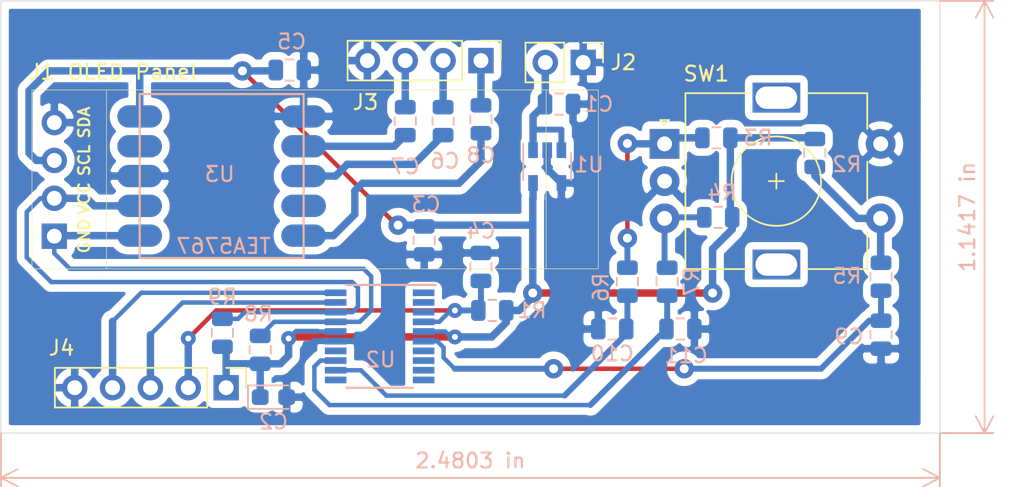
<source format=kicad_pcb>
(kicad_pcb (version 20171130) (host pcbnew "(5.1.2)-1")

  (general
    (thickness 1.6)
    (drawings 6)
    (tracks 202)
    (zones 0)
    (modules 28)
    (nets 21)
  )

  (page A4)
  (layers
    (0 F.Cu signal)
    (31 B.Cu signal)
    (32 B.Adhes user)
    (33 F.Adhes user)
    (34 B.Paste user)
    (35 F.Paste user)
    (36 B.SilkS user)
    (37 F.SilkS user)
    (38 B.Mask user)
    (39 F.Mask user)
    (40 Dwgs.User user)
    (41 Cmts.User user)
    (42 Eco1.User user)
    (43 Eco2.User user)
    (44 Edge.Cuts user)
    (45 Margin user)
    (46 B.CrtYd user)
    (47 F.CrtYd user)
    (48 B.Fab user hide)
    (49 F.Fab user hide)
  )

  (setup
    (last_trace_width 0.5)
    (user_trace_width 0.3)
    (user_trace_width 0.4)
    (user_trace_width 0.5)
    (user_trace_width 0.6)
    (user_trace_width 0.8)
    (user_trace_width 1)
    (trace_clearance 0.2)
    (zone_clearance 0.508)
    (zone_45_only no)
    (trace_min 0.2)
    (via_size 0.8)
    (via_drill 0.4)
    (via_min_size 0.4)
    (via_min_drill 0.3)
    (user_via 1 0.4)
    (user_via 1.3 0.6)
    (uvia_size 0.3)
    (uvia_drill 0.1)
    (uvias_allowed no)
    (uvia_min_size 0.2)
    (uvia_min_drill 0.1)
    (edge_width 0.05)
    (segment_width 0.2)
    (pcb_text_width 0.3)
    (pcb_text_size 1.5 1.5)
    (mod_edge_width 0.12)
    (mod_text_size 1 1)
    (mod_text_width 0.15)
    (pad_size 1.06 0.65)
    (pad_drill 0)
    (pad_to_mask_clearance 0.051)
    (solder_mask_min_width 0.25)
    (aux_axis_origin 0 0)
    (grid_origin 132 65)
    (visible_elements 7FFFFFFF)
    (pcbplotparams
      (layerselection 0x010fc_ffffffff)
      (usegerberextensions false)
      (usegerberattributes false)
      (usegerberadvancedattributes false)
      (creategerberjobfile false)
      (excludeedgelayer true)
      (linewidth 0.100000)
      (plotframeref false)
      (viasonmask false)
      (mode 1)
      (useauxorigin false)
      (hpglpennumber 1)
      (hpglpenspeed 20)
      (hpglpendiameter 15.000000)
      (psnegative false)
      (psa4output false)
      (plotreference true)
      (plotvalue true)
      (plotinvisibletext false)
      (padsonsilk false)
      (subtractmaskfromsilk false)
      (outputformat 1)
      (mirror false)
      (drillshape 1)
      (scaleselection 1)
      (outputdirectory ""))
  )

  (net 0 "")
  (net 1 GND)
  (net 2 /+3V3)
  (net 3 /SCL)
  (net 4 /SDA)
  (net 5 "Net-(R2-Pad1)")
  (net 6 "Net-(C6-Pad2)")
  (net 7 "Net-(C6-Pad1)")
  (net 8 "Net-(C7-Pad2)")
  (net 9 "Net-(C7-Pad1)")
  (net 10 "Net-(C8-Pad2)")
  (net 11 "Net-(C8-Pad1)")
  (net 12 /NRST)
  (net 13 /SWCLK)
  (net 14 /SWDIO)
  (net 15 /VCC)
  (net 16 "Net-(R3-Pad1)")
  (net 17 "Net-(R4-Pad1)")
  (net 18 "Net-(C9-Pad1)")
  (net 19 "Net-(C10-Pad2)")
  (net 20 "Net-(C11-Pad2)")

  (net_class Default "Это класс цепей по умолчанию."
    (clearance 0.2)
    (trace_width 0.25)
    (via_dia 0.8)
    (via_drill 0.4)
    (uvia_dia 0.3)
    (uvia_drill 0.1)
    (add_net /+3V3)
    (add_net /NRST)
    (add_net /SCL)
    (add_net /SDA)
    (add_net /SWCLK)
    (add_net /SWDIO)
    (add_net /VCC)
    (add_net GND)
    (add_net "Net-(C10-Pad2)")
    (add_net "Net-(C11-Pad2)")
    (add_net "Net-(C6-Pad1)")
    (add_net "Net-(C6-Pad2)")
    (add_net "Net-(C7-Pad1)")
    (add_net "Net-(C7-Pad2)")
    (add_net "Net-(C8-Pad1)")
    (add_net "Net-(C8-Pad2)")
    (add_net "Net-(C9-Pad1)")
    (add_net "Net-(R2-Pad1)")
    (add_net "Net-(R3-Pad1)")
    (add_net "Net-(R4-Pad1)")
  )

  (module Resistor_SMD:R_0805_2012Metric (layer B.Cu) (tedit 5B36C52B) (tstamp 5E34063C)
    (at 146.859 58.269 270)
    (descr "Resistor SMD 0805 (2012 Metric), square (rectangular) end terminal, IPC_7351 nominal, (Body size source: https://docs.google.com/spreadsheets/d/1BsfQQcO9C6DZCsRaXUlFlo91Tg2WpOkGARC1WS5S8t0/edit?usp=sharing), generated with kicad-footprint-generator")
    (tags resistor)
    (path /5E38BA83)
    (attr smd)
    (fp_text reference R9 (at -2.413 0 180) (layer B.SilkS)
      (effects (font (size 1 1) (thickness 0.15)) (justify mirror))
    )
    (fp_text value R (at 0 -1.65 90) (layer B.Fab)
      (effects (font (size 1 1) (thickness 0.15)) (justify mirror))
    )
    (fp_text user %R (at 0 0 90) (layer B.Fab)
      (effects (font (size 0.5 0.5) (thickness 0.08)) (justify mirror))
    )
    (fp_line (start 1.68 -0.95) (end -1.68 -0.95) (layer B.CrtYd) (width 0.05))
    (fp_line (start 1.68 0.95) (end 1.68 -0.95) (layer B.CrtYd) (width 0.05))
    (fp_line (start -1.68 0.95) (end 1.68 0.95) (layer B.CrtYd) (width 0.05))
    (fp_line (start -1.68 -0.95) (end -1.68 0.95) (layer B.CrtYd) (width 0.05))
    (fp_line (start -0.258578 -0.71) (end 0.258578 -0.71) (layer B.SilkS) (width 0.12))
    (fp_line (start -0.258578 0.71) (end 0.258578 0.71) (layer B.SilkS) (width 0.12))
    (fp_line (start 1 -0.6) (end -1 -0.6) (layer B.Fab) (width 0.1))
    (fp_line (start 1 0.6) (end 1 -0.6) (layer B.Fab) (width 0.1))
    (fp_line (start -1 0.6) (end 1 0.6) (layer B.Fab) (width 0.1))
    (fp_line (start -1 -0.6) (end -1 0.6) (layer B.Fab) (width 0.1))
    (pad 2 smd roundrect (at 0.9375 0 270) (size 0.975 1.4) (layers B.Cu B.Paste B.Mask) (roundrect_rratio 0.25)
      (net 2 /+3V3))
    (pad 1 smd roundrect (at -0.9375 0 270) (size 0.975 1.4) (layers B.Cu B.Paste B.Mask) (roundrect_rratio 0.25)
      (net 3 /SCL))
    (model ${KISYS3DMOD}/Resistor_SMD.3dshapes/R_0805_2012Metric.wrl
      (at (xyz 0 0 0))
      (scale (xyz 1 1 1))
      (rotate (xyz 0 0 0))
    )
  )

  (module Resistor_SMD:R_0805_2012Metric (layer B.Cu) (tedit 5B36C52B) (tstamp 5E34062B)
    (at 149.399 59.412 270)
    (descr "Resistor SMD 0805 (2012 Metric), square (rectangular) end terminal, IPC_7351 nominal, (Body size source: https://docs.google.com/spreadsheets/d/1BsfQQcO9C6DZCsRaXUlFlo91Tg2WpOkGARC1WS5S8t0/edit?usp=sharing), generated with kicad-footprint-generator")
    (tags resistor)
    (path /5E38B627)
    (attr smd)
    (fp_text reference R8 (at -2.413 0.127 180) (layer B.SilkS)
      (effects (font (size 1 1) (thickness 0.15)) (justify mirror))
    )
    (fp_text value R (at 0 -1.65 90) (layer B.Fab)
      (effects (font (size 1 1) (thickness 0.15)) (justify mirror))
    )
    (fp_text user %R (at 0 0 90) (layer B.Fab)
      (effects (font (size 0.5 0.5) (thickness 0.08)) (justify mirror))
    )
    (fp_line (start 1.68 -0.95) (end -1.68 -0.95) (layer B.CrtYd) (width 0.05))
    (fp_line (start 1.68 0.95) (end 1.68 -0.95) (layer B.CrtYd) (width 0.05))
    (fp_line (start -1.68 0.95) (end 1.68 0.95) (layer B.CrtYd) (width 0.05))
    (fp_line (start -1.68 -0.95) (end -1.68 0.95) (layer B.CrtYd) (width 0.05))
    (fp_line (start -0.258578 -0.71) (end 0.258578 -0.71) (layer B.SilkS) (width 0.12))
    (fp_line (start -0.258578 0.71) (end 0.258578 0.71) (layer B.SilkS) (width 0.12))
    (fp_line (start 1 -0.6) (end -1 -0.6) (layer B.Fab) (width 0.1))
    (fp_line (start 1 0.6) (end 1 -0.6) (layer B.Fab) (width 0.1))
    (fp_line (start -1 0.6) (end 1 0.6) (layer B.Fab) (width 0.1))
    (fp_line (start -1 -0.6) (end -1 0.6) (layer B.Fab) (width 0.1))
    (pad 2 smd roundrect (at 0.9375 0 270) (size 0.975 1.4) (layers B.Cu B.Paste B.Mask) (roundrect_rratio 0.25)
      (net 2 /+3V3))
    (pad 1 smd roundrect (at -0.9375 0 270) (size 0.975 1.4) (layers B.Cu B.Paste B.Mask) (roundrect_rratio 0.25)
      (net 4 /SDA))
    (model ${KISYS3DMOD}/Resistor_SMD.3dshapes/R_0805_2012Metric.wrl
      (at (xyz 0 0 0))
      (scale (xyz 1 1 1))
      (rotate (xyz 0 0 0))
    )
  )

  (module Resistor_SMD:R_0805_2012Metric (layer B.Cu) (tedit 5B36C52B) (tstamp 5E33E007)
    (at 176.704 54.84 90)
    (descr "Resistor SMD 0805 (2012 Metric), square (rectangular) end terminal, IPC_7351 nominal, (Body size source: https://docs.google.com/spreadsheets/d/1BsfQQcO9C6DZCsRaXUlFlo91Tg2WpOkGARC1WS5S8t0/edit?usp=sharing), generated with kicad-footprint-generator")
    (tags resistor)
    (path /5E3556B4)
    (attr smd)
    (fp_text reference R7 (at 0 1.65 90) (layer B.SilkS)
      (effects (font (size 1 1) (thickness 0.15)) (justify mirror))
    )
    (fp_text value R (at 0 -1.65 90) (layer B.Fab)
      (effects (font (size 1 1) (thickness 0.15)) (justify mirror))
    )
    (fp_text user %R (at 0 0 90) (layer B.Fab)
      (effects (font (size 0.5 0.5) (thickness 0.08)) (justify mirror))
    )
    (fp_line (start 1.68 -0.95) (end -1.68 -0.95) (layer B.CrtYd) (width 0.05))
    (fp_line (start 1.68 0.95) (end 1.68 -0.95) (layer B.CrtYd) (width 0.05))
    (fp_line (start -1.68 0.95) (end 1.68 0.95) (layer B.CrtYd) (width 0.05))
    (fp_line (start -1.68 -0.95) (end -1.68 0.95) (layer B.CrtYd) (width 0.05))
    (fp_line (start -0.258578 -0.71) (end 0.258578 -0.71) (layer B.SilkS) (width 0.12))
    (fp_line (start -0.258578 0.71) (end 0.258578 0.71) (layer B.SilkS) (width 0.12))
    (fp_line (start 1 -0.6) (end -1 -0.6) (layer B.Fab) (width 0.1))
    (fp_line (start 1 0.6) (end 1 -0.6) (layer B.Fab) (width 0.1))
    (fp_line (start -1 0.6) (end 1 0.6) (layer B.Fab) (width 0.1))
    (fp_line (start -1 -0.6) (end -1 0.6) (layer B.Fab) (width 0.1))
    (pad 2 smd roundrect (at 0.9375 0 90) (size 0.975 1.4) (layers B.Cu B.Paste B.Mask) (roundrect_rratio 0.25)
      (net 17 "Net-(R4-Pad1)"))
    (pad 1 smd roundrect (at -0.9375 0 90) (size 0.975 1.4) (layers B.Cu B.Paste B.Mask) (roundrect_rratio 0.25)
      (net 20 "Net-(C11-Pad2)"))
    (model ${KISYS3DMOD}/Resistor_SMD.3dshapes/R_0805_2012Metric.wrl
      (at (xyz 0 0 0))
      (scale (xyz 1 1 1))
      (rotate (xyz 0 0 0))
    )
  )

  (module Resistor_SMD:R_0805_2012Metric (layer B.Cu) (tedit 5B36C52B) (tstamp 5E33DFF6)
    (at 174.037 54.84 90)
    (descr "Resistor SMD 0805 (2012 Metric), square (rectangular) end terminal, IPC_7351 nominal, (Body size source: https://docs.google.com/spreadsheets/d/1BsfQQcO9C6DZCsRaXUlFlo91Tg2WpOkGARC1WS5S8t0/edit?usp=sharing), generated with kicad-footprint-generator")
    (tags resistor)
    (path /5E354F2D)
    (attr smd)
    (fp_text reference R6 (at -0.381 -1.778 90) (layer B.SilkS)
      (effects (font (size 1 1) (thickness 0.15)) (justify mirror))
    )
    (fp_text value R (at 0 -1.65 90) (layer B.Fab)
      (effects (font (size 1 1) (thickness 0.15)) (justify mirror))
    )
    (fp_text user %R (at 0 0 90) (layer B.Fab)
      (effects (font (size 0.5 0.5) (thickness 0.08)) (justify mirror))
    )
    (fp_line (start 1.68 -0.95) (end -1.68 -0.95) (layer B.CrtYd) (width 0.05))
    (fp_line (start 1.68 0.95) (end 1.68 -0.95) (layer B.CrtYd) (width 0.05))
    (fp_line (start -1.68 0.95) (end 1.68 0.95) (layer B.CrtYd) (width 0.05))
    (fp_line (start -1.68 -0.95) (end -1.68 0.95) (layer B.CrtYd) (width 0.05))
    (fp_line (start -0.258578 -0.71) (end 0.258578 -0.71) (layer B.SilkS) (width 0.12))
    (fp_line (start -0.258578 0.71) (end 0.258578 0.71) (layer B.SilkS) (width 0.12))
    (fp_line (start 1 -0.6) (end -1 -0.6) (layer B.Fab) (width 0.1))
    (fp_line (start 1 0.6) (end 1 -0.6) (layer B.Fab) (width 0.1))
    (fp_line (start -1 0.6) (end 1 0.6) (layer B.Fab) (width 0.1))
    (fp_line (start -1 -0.6) (end -1 0.6) (layer B.Fab) (width 0.1))
    (pad 2 smd roundrect (at 0.9375 0 90) (size 0.975 1.4) (layers B.Cu B.Paste B.Mask) (roundrect_rratio 0.25)
      (net 16 "Net-(R3-Pad1)"))
    (pad 1 smd roundrect (at -0.9375 0 90) (size 0.975 1.4) (layers B.Cu B.Paste B.Mask) (roundrect_rratio 0.25)
      (net 19 "Net-(C10-Pad2)"))
    (model ${KISYS3DMOD}/Resistor_SMD.3dshapes/R_0805_2012Metric.wrl
      (at (xyz 0 0 0))
      (scale (xyz 1 1 1))
      (rotate (xyz 0 0 0))
    )
  )

  (module Capacitor_SMD:C_0805_2012Metric (layer B.Cu) (tedit 5B36C52B) (tstamp 5E33D70C)
    (at 177.593 58.015 180)
    (descr "Capacitor SMD 0805 (2012 Metric), square (rectangular) end terminal, IPC_7351 nominal, (Body size source: https://docs.google.com/spreadsheets/d/1BsfQQcO9C6DZCsRaXUlFlo91Tg2WpOkGARC1WS5S8t0/edit?usp=sharing), generated with kicad-footprint-generator")
    (tags capacitor)
    (path /5E349F1A)
    (attr smd)
    (fp_text reference C11 (at -0.381 -1.778) (layer B.SilkS)
      (effects (font (size 1 1) (thickness 0.15)) (justify mirror))
    )
    (fp_text value C (at 0 -1.65) (layer B.Fab)
      (effects (font (size 1 1) (thickness 0.15)) (justify mirror))
    )
    (fp_text user %R (at 0 0) (layer B.Fab)
      (effects (font (size 0.5 0.5) (thickness 0.08)) (justify mirror))
    )
    (fp_line (start 1.68 -0.95) (end -1.68 -0.95) (layer B.CrtYd) (width 0.05))
    (fp_line (start 1.68 0.95) (end 1.68 -0.95) (layer B.CrtYd) (width 0.05))
    (fp_line (start -1.68 0.95) (end 1.68 0.95) (layer B.CrtYd) (width 0.05))
    (fp_line (start -1.68 -0.95) (end -1.68 0.95) (layer B.CrtYd) (width 0.05))
    (fp_line (start -0.258578 -0.71) (end 0.258578 -0.71) (layer B.SilkS) (width 0.12))
    (fp_line (start -0.258578 0.71) (end 0.258578 0.71) (layer B.SilkS) (width 0.12))
    (fp_line (start 1 -0.6) (end -1 -0.6) (layer B.Fab) (width 0.1))
    (fp_line (start 1 0.6) (end 1 -0.6) (layer B.Fab) (width 0.1))
    (fp_line (start -1 0.6) (end 1 0.6) (layer B.Fab) (width 0.1))
    (fp_line (start -1 -0.6) (end -1 0.6) (layer B.Fab) (width 0.1))
    (pad 2 smd roundrect (at 0.9375 0 180) (size 0.975 1.4) (layers B.Cu B.Paste B.Mask) (roundrect_rratio 0.25)
      (net 20 "Net-(C11-Pad2)"))
    (pad 1 smd roundrect (at -0.9375 0 180) (size 0.975 1.4) (layers B.Cu B.Paste B.Mask) (roundrect_rratio 0.25)
      (net 1 GND))
    (model ${KISYS3DMOD}/Capacitor_SMD.3dshapes/C_0805_2012Metric.wrl
      (at (xyz 0 0 0))
      (scale (xyz 1 1 1))
      (rotate (xyz 0 0 0))
    )
  )

  (module Capacitor_SMD:C_0805_2012Metric (layer B.Cu) (tedit 5B36C52B) (tstamp 5E33D6FB)
    (at 173.021 58.015)
    (descr "Capacitor SMD 0805 (2012 Metric), square (rectangular) end terminal, IPC_7351 nominal, (Body size source: https://docs.google.com/spreadsheets/d/1BsfQQcO9C6DZCsRaXUlFlo91Tg2WpOkGARC1WS5S8t0/edit?usp=sharing), generated with kicad-footprint-generator")
    (tags capacitor)
    (path /5E34AB08)
    (attr smd)
    (fp_text reference C10 (at 0 1.65) (layer B.SilkS)
      (effects (font (size 1 1) (thickness 0.15)) (justify mirror))
    )
    (fp_text value C (at 0 -1.65) (layer B.Fab)
      (effects (font (size 1 1) (thickness 0.15)) (justify mirror))
    )
    (fp_text user %R (at 0 0) (layer B.Fab)
      (effects (font (size 0.5 0.5) (thickness 0.08)) (justify mirror))
    )
    (fp_line (start 1.68 -0.95) (end -1.68 -0.95) (layer B.CrtYd) (width 0.05))
    (fp_line (start 1.68 0.95) (end 1.68 -0.95) (layer B.CrtYd) (width 0.05))
    (fp_line (start -1.68 0.95) (end 1.68 0.95) (layer B.CrtYd) (width 0.05))
    (fp_line (start -1.68 -0.95) (end -1.68 0.95) (layer B.CrtYd) (width 0.05))
    (fp_line (start -0.258578 -0.71) (end 0.258578 -0.71) (layer B.SilkS) (width 0.12))
    (fp_line (start -0.258578 0.71) (end 0.258578 0.71) (layer B.SilkS) (width 0.12))
    (fp_line (start 1 -0.6) (end -1 -0.6) (layer B.Fab) (width 0.1))
    (fp_line (start 1 0.6) (end 1 -0.6) (layer B.Fab) (width 0.1))
    (fp_line (start -1 0.6) (end 1 0.6) (layer B.Fab) (width 0.1))
    (fp_line (start -1 -0.6) (end -1 0.6) (layer B.Fab) (width 0.1))
    (pad 2 smd roundrect (at 0.9375 0) (size 0.975 1.4) (layers B.Cu B.Paste B.Mask) (roundrect_rratio 0.25)
      (net 19 "Net-(C10-Pad2)"))
    (pad 1 smd roundrect (at -0.9375 0) (size 0.975 1.4) (layers B.Cu B.Paste B.Mask) (roundrect_rratio 0.25)
      (net 1 GND))
    (model ${KISYS3DMOD}/Capacitor_SMD.3dshapes/C_0805_2012Metric.wrl
      (at (xyz 0 0 0))
      (scale (xyz 1 1 1))
      (rotate (xyz 0 0 0))
    )
  )

  (module Resistor_SMD:R_0805_2012Metric (layer B.Cu) (tedit 5B36C52B) (tstamp 5E33D0E7)
    (at 191.055 54.5075 90)
    (descr "Resistor SMD 0805 (2012 Metric), square (rectangular) end terminal, IPC_7351 nominal, (Body size source: https://docs.google.com/spreadsheets/d/1BsfQQcO9C6DZCsRaXUlFlo91Tg2WpOkGARC1WS5S8t0/edit?usp=sharing), generated with kicad-footprint-generator")
    (tags resistor)
    (path /5E33ECF4)
    (attr smd)
    (fp_text reference R5 (at 0.0485 -2.286 180) (layer B.SilkS)
      (effects (font (size 1 1) (thickness 0.15)) (justify mirror))
    )
    (fp_text value R (at 0 -1.65 90) (layer B.Fab)
      (effects (font (size 1 1) (thickness 0.15)) (justify mirror))
    )
    (fp_text user %R (at 0 0 90) (layer B.Fab)
      (effects (font (size 0.5 0.5) (thickness 0.08)) (justify mirror))
    )
    (fp_line (start 1.68 -0.95) (end -1.68 -0.95) (layer B.CrtYd) (width 0.05))
    (fp_line (start 1.68 0.95) (end 1.68 -0.95) (layer B.CrtYd) (width 0.05))
    (fp_line (start -1.68 0.95) (end 1.68 0.95) (layer B.CrtYd) (width 0.05))
    (fp_line (start -1.68 -0.95) (end -1.68 0.95) (layer B.CrtYd) (width 0.05))
    (fp_line (start -0.258578 -0.71) (end 0.258578 -0.71) (layer B.SilkS) (width 0.12))
    (fp_line (start -0.258578 0.71) (end 0.258578 0.71) (layer B.SilkS) (width 0.12))
    (fp_line (start 1 -0.6) (end -1 -0.6) (layer B.Fab) (width 0.1))
    (fp_line (start 1 0.6) (end 1 -0.6) (layer B.Fab) (width 0.1))
    (fp_line (start -1 0.6) (end 1 0.6) (layer B.Fab) (width 0.1))
    (fp_line (start -1 -0.6) (end -1 0.6) (layer B.Fab) (width 0.1))
    (pad 2 smd roundrect (at 0.9375 0 90) (size 0.975 1.4) (layers B.Cu B.Paste B.Mask) (roundrect_rratio 0.25)
      (net 5 "Net-(R2-Pad1)"))
    (pad 1 smd roundrect (at -0.9375 0 90) (size 0.975 1.4) (layers B.Cu B.Paste B.Mask) (roundrect_rratio 0.25)
      (net 18 "Net-(C9-Pad1)"))
    (model ${KISYS3DMOD}/Resistor_SMD.3dshapes/R_0805_2012Metric.wrl
      (at (xyz 0 0 0))
      (scale (xyz 1 1 1))
      (rotate (xyz 0 0 0))
    )
  )

  (module Capacitor_SMD:C_0805_2012Metric (layer B.Cu) (tedit 5B36C52B) (tstamp 5E33CFA2)
    (at 191.055 58.396 270)
    (descr "Capacitor SMD 0805 (2012 Metric), square (rectangular) end terminal, IPC_7351 nominal, (Body size source: https://docs.google.com/spreadsheets/d/1BsfQQcO9C6DZCsRaXUlFlo91Tg2WpOkGARC1WS5S8t0/edit?usp=sharing), generated with kicad-footprint-generator")
    (tags capacitor)
    (path /5E3446F3)
    (attr smd)
    (fp_text reference C9 (at 0.127 2.159 180) (layer B.SilkS)
      (effects (font (size 1 1) (thickness 0.15)) (justify mirror))
    )
    (fp_text value C (at 0 -1.65 90) (layer B.Fab)
      (effects (font (size 1 1) (thickness 0.15)) (justify mirror))
    )
    (fp_text user %R (at 0 0 90) (layer B.Fab)
      (effects (font (size 0.5 0.5) (thickness 0.08)) (justify mirror))
    )
    (fp_line (start 1.68 -0.95) (end -1.68 -0.95) (layer B.CrtYd) (width 0.05))
    (fp_line (start 1.68 0.95) (end 1.68 -0.95) (layer B.CrtYd) (width 0.05))
    (fp_line (start -1.68 0.95) (end 1.68 0.95) (layer B.CrtYd) (width 0.05))
    (fp_line (start -1.68 -0.95) (end -1.68 0.95) (layer B.CrtYd) (width 0.05))
    (fp_line (start -0.258578 -0.71) (end 0.258578 -0.71) (layer B.SilkS) (width 0.12))
    (fp_line (start -0.258578 0.71) (end 0.258578 0.71) (layer B.SilkS) (width 0.12))
    (fp_line (start 1 -0.6) (end -1 -0.6) (layer B.Fab) (width 0.1))
    (fp_line (start 1 0.6) (end 1 -0.6) (layer B.Fab) (width 0.1))
    (fp_line (start -1 0.6) (end 1 0.6) (layer B.Fab) (width 0.1))
    (fp_line (start -1 -0.6) (end -1 0.6) (layer B.Fab) (width 0.1))
    (pad 2 smd roundrect (at 0.9375 0 270) (size 0.975 1.4) (layers B.Cu B.Paste B.Mask) (roundrect_rratio 0.25)
      (net 1 GND))
    (pad 1 smd roundrect (at -0.9375 0 270) (size 0.975 1.4) (layers B.Cu B.Paste B.Mask) (roundrect_rratio 0.25)
      (net 18 "Net-(C9-Pad1)"))
    (model ${KISYS3DMOD}/Capacitor_SMD.3dshapes/C_0805_2012Metric.wrl
      (at (xyz 0 0 0))
      (scale (xyz 1 1 1))
      (rotate (xyz 0 0 0))
    )
  )

  (module Package_TO_SOT_SMD:SOT-23-5 (layer B.Cu) (tedit 5E33D7A9) (tstamp 5E32CCEF)
    (at 168.656 47.117 270)
    (descr "5-pin SOT23 package")
    (tags SOT-23-5)
    (path /5E32EE68)
    (attr smd)
    (fp_text reference U1 (at -0.127 -2.794) (layer B.SilkS)
      (effects (font (size 1 1) (thickness 0.15)) (justify mirror))
    )
    (fp_text value LP5907MFX-3.3 (at 0 -2.9 270) (layer B.Fab)
      (effects (font (size 1 1) (thickness 0.15)) (justify mirror))
    )
    (fp_line (start 0.9 1.55) (end 0.9 -1.55) (layer B.Fab) (width 0.1))
    (fp_line (start 0.9 -1.55) (end -0.9 -1.55) (layer B.Fab) (width 0.1))
    (fp_line (start -0.9 0.9) (end -0.9 -1.55) (layer B.Fab) (width 0.1))
    (fp_line (start 0.9 1.55) (end -0.25 1.55) (layer B.Fab) (width 0.1))
    (fp_line (start -0.9 0.9) (end -0.25 1.55) (layer B.Fab) (width 0.1))
    (fp_line (start -1.9 -1.8) (end -1.9 1.8) (layer B.CrtYd) (width 0.05))
    (fp_line (start 1.9 -1.8) (end -1.9 -1.8) (layer B.CrtYd) (width 0.05))
    (fp_line (start 1.9 1.8) (end 1.9 -1.8) (layer B.CrtYd) (width 0.05))
    (fp_line (start -1.9 1.8) (end 1.9 1.8) (layer B.CrtYd) (width 0.05))
    (fp_line (start 0.9 1.61) (end -1.55 1.61) (layer B.SilkS) (width 0.12))
    (fp_line (start -0.9 -1.61) (end 0.9 -1.61) (layer B.SilkS) (width 0.12))
    (fp_text user %R (at 0 0) (layer B.Fab)
      (effects (font (size 0.5 0.5) (thickness 0.075)) (justify mirror))
    )
    (pad 5 smd rect (at 1.1 0.95 270) (size 1.06 0.65) (layers B.Cu B.Paste B.Mask)
      (net 2 /+3V3))
    (pad 4 smd rect (at 1.1 -0.95 270) (size 1.06 0.65) (layers B.Cu B.Paste B.Mask)
      (net 1 GND))
    (pad 3 smd rect (at -1.1 -0.95 270) (size 1.06 0.65) (layers B.Cu B.Paste B.Mask)
      (net 15 /VCC))
    (pad 2 smd rect (at -1.1 0 270) (size 1.06 0.65) (layers B.Cu B.Paste B.Mask)
      (net 1 GND))
    (pad 1 smd rect (at -1.1 0.95 270) (size 1.06 0.65) (layers B.Cu B.Paste B.Mask)
      (net 15 /VCC))
    (model ${KISYS3DMOD}/Package_TO_SOT_SMD.3dshapes/SOT-23-5.wrl
      (at (xyz 0 0 0))
      (scale (xyz 1 1 1))
      (rotate (xyz 0 0 0))
    )
  )

  (module Resistor_SMD:R_0805_2012Metric (layer B.Cu) (tedit 5B36C52B) (tstamp 5E32E827)
    (at 180.133 50.522)
    (descr "Resistor SMD 0805 (2012 Metric), square (rectangular) end terminal, IPC_7351 nominal, (Body size source: https://docs.google.com/spreadsheets/d/1BsfQQcO9C6DZCsRaXUlFlo91Tg2WpOkGARC1WS5S8t0/edit?usp=sharing), generated with kicad-footprint-generator")
    (tags resistor)
    (path /5E396085)
    (attr smd)
    (fp_text reference R4 (at 0.254 -1.651) (layer B.SilkS)
      (effects (font (size 1 1) (thickness 0.15)) (justify mirror))
    )
    (fp_text value R (at 0 -1.65) (layer B.Fab)
      (effects (font (size 1 1) (thickness 0.15)) (justify mirror))
    )
    (fp_text user %R (at 0 0) (layer B.Fab)
      (effects (font (size 0.5 0.5) (thickness 0.08)) (justify mirror))
    )
    (fp_line (start 1.68 -0.95) (end -1.68 -0.95) (layer B.CrtYd) (width 0.05))
    (fp_line (start 1.68 0.95) (end 1.68 -0.95) (layer B.CrtYd) (width 0.05))
    (fp_line (start -1.68 0.95) (end 1.68 0.95) (layer B.CrtYd) (width 0.05))
    (fp_line (start -1.68 -0.95) (end -1.68 0.95) (layer B.CrtYd) (width 0.05))
    (fp_line (start -0.258578 -0.71) (end 0.258578 -0.71) (layer B.SilkS) (width 0.12))
    (fp_line (start -0.258578 0.71) (end 0.258578 0.71) (layer B.SilkS) (width 0.12))
    (fp_line (start 1 -0.6) (end -1 -0.6) (layer B.Fab) (width 0.1))
    (fp_line (start 1 0.6) (end 1 -0.6) (layer B.Fab) (width 0.1))
    (fp_line (start -1 0.6) (end 1 0.6) (layer B.Fab) (width 0.1))
    (fp_line (start -1 -0.6) (end -1 0.6) (layer B.Fab) (width 0.1))
    (pad 2 smd roundrect (at 0.9375 0) (size 0.975 1.4) (layers B.Cu B.Paste B.Mask) (roundrect_rratio 0.25)
      (net 2 /+3V3))
    (pad 1 smd roundrect (at -0.9375 0) (size 0.975 1.4) (layers B.Cu B.Paste B.Mask) (roundrect_rratio 0.25)
      (net 17 "Net-(R4-Pad1)"))
    (model ${KISYS3DMOD}/Resistor_SMD.3dshapes/R_0805_2012Metric.wrl
      (at (xyz 0 0 0))
      (scale (xyz 1 1 1))
      (rotate (xyz 0 0 0))
    )
  )

  (module Resistor_SMD:R_0805_2012Metric (layer B.Cu) (tedit 5B36C52B) (tstamp 5E32E816)
    (at 180.006 45.188)
    (descr "Resistor SMD 0805 (2012 Metric), square (rectangular) end terminal, IPC_7351 nominal, (Body size source: https://docs.google.com/spreadsheets/d/1BsfQQcO9C6DZCsRaXUlFlo91Tg2WpOkGARC1WS5S8t0/edit?usp=sharing), generated with kicad-footprint-generator")
    (tags resistor)
    (path /5E395E25)
    (attr smd)
    (fp_text reference R3 (at 2.794 0) (layer B.SilkS)
      (effects (font (size 1 1) (thickness 0.15)) (justify mirror))
    )
    (fp_text value R (at 0 -1.65) (layer B.Fab)
      (effects (font (size 1 1) (thickness 0.15)) (justify mirror))
    )
    (fp_text user %R (at 0 0) (layer B.Fab)
      (effects (font (size 0.5 0.5) (thickness 0.08)) (justify mirror))
    )
    (fp_line (start 1.68 -0.95) (end -1.68 -0.95) (layer B.CrtYd) (width 0.05))
    (fp_line (start 1.68 0.95) (end 1.68 -0.95) (layer B.CrtYd) (width 0.05))
    (fp_line (start -1.68 0.95) (end 1.68 0.95) (layer B.CrtYd) (width 0.05))
    (fp_line (start -1.68 -0.95) (end -1.68 0.95) (layer B.CrtYd) (width 0.05))
    (fp_line (start -0.258578 -0.71) (end 0.258578 -0.71) (layer B.SilkS) (width 0.12))
    (fp_line (start -0.258578 0.71) (end 0.258578 0.71) (layer B.SilkS) (width 0.12))
    (fp_line (start 1 -0.6) (end -1 -0.6) (layer B.Fab) (width 0.1))
    (fp_line (start 1 0.6) (end 1 -0.6) (layer B.Fab) (width 0.1))
    (fp_line (start -1 0.6) (end 1 0.6) (layer B.Fab) (width 0.1))
    (fp_line (start -1 -0.6) (end -1 0.6) (layer B.Fab) (width 0.1))
    (pad 2 smd roundrect (at 0.9375 0) (size 0.975 1.4) (layers B.Cu B.Paste B.Mask) (roundrect_rratio 0.25)
      (net 2 /+3V3))
    (pad 1 smd roundrect (at -0.9375 0) (size 0.975 1.4) (layers B.Cu B.Paste B.Mask) (roundrect_rratio 0.25)
      (net 16 "Net-(R3-Pad1)"))
    (model ${KISYS3DMOD}/Resistor_SMD.3dshapes/R_0805_2012Metric.wrl
      (at (xyz 0 0 0))
      (scale (xyz 1 1 1))
      (rotate (xyz 0 0 0))
    )
  )

  (module Connector_PinHeader_2.54mm:PinHeader_1x02_P2.54mm_Vertical (layer F.Cu) (tedit 59FED5CC) (tstamp 5E2D74C5)
    (at 171.069 40.132 270)
    (descr "Through hole straight pin header, 1x02, 2.54mm pitch, single row")
    (tags "Through hole pin header THT 1x02 2.54mm single row")
    (path /5E2D94D8)
    (fp_text reference J2 (at -0.008 -2.698 180) (layer F.SilkS)
      (effects (font (size 1 1) (thickness 0.15)))
    )
    (fp_text value Screw_Terminal_01x02 (at 0 4.87 90) (layer F.Fab)
      (effects (font (size 1 1) (thickness 0.15)))
    )
    (fp_text user %R (at 0 1.27) (layer F.Fab)
      (effects (font (size 1 1) (thickness 0.15)))
    )
    (fp_line (start 1.8 -1.8) (end -1.8 -1.8) (layer F.CrtYd) (width 0.05))
    (fp_line (start 1.8 4.35) (end 1.8 -1.8) (layer F.CrtYd) (width 0.05))
    (fp_line (start -1.8 4.35) (end 1.8 4.35) (layer F.CrtYd) (width 0.05))
    (fp_line (start -1.8 -1.8) (end -1.8 4.35) (layer F.CrtYd) (width 0.05))
    (fp_line (start -1.33 -1.33) (end 0 -1.33) (layer F.SilkS) (width 0.12))
    (fp_line (start -1.33 0) (end -1.33 -1.33) (layer F.SilkS) (width 0.12))
    (fp_line (start -1.33 1.27) (end 1.33 1.27) (layer F.SilkS) (width 0.12))
    (fp_line (start 1.33 1.27) (end 1.33 3.87) (layer F.SilkS) (width 0.12))
    (fp_line (start -1.33 1.27) (end -1.33 3.87) (layer F.SilkS) (width 0.12))
    (fp_line (start -1.33 3.87) (end 1.33 3.87) (layer F.SilkS) (width 0.12))
    (fp_line (start -1.27 -0.635) (end -0.635 -1.27) (layer F.Fab) (width 0.1))
    (fp_line (start -1.27 3.81) (end -1.27 -0.635) (layer F.Fab) (width 0.1))
    (fp_line (start 1.27 3.81) (end -1.27 3.81) (layer F.Fab) (width 0.1))
    (fp_line (start 1.27 -1.27) (end 1.27 3.81) (layer F.Fab) (width 0.1))
    (fp_line (start -0.635 -1.27) (end 1.27 -1.27) (layer F.Fab) (width 0.1))
    (pad 2 thru_hole oval (at 0 2.54 270) (size 1.7 1.7) (drill 1) (layers *.Cu *.Mask)
      (net 15 /VCC))
    (pad 1 thru_hole rect (at 0 0 270) (size 1.7 1.7) (drill 1) (layers *.Cu *.Mask)
      (net 1 GND))
  )

  (module Connector_PinHeader_2.54mm:PinHeader_1x04_P2.54mm_Vertical (layer F.Cu) (tedit 59FED5CC) (tstamp 5E329CB3)
    (at 164.211 40.005 270)
    (descr "Through hole straight pin header, 1x04, 2.54mm pitch, single row")
    (tags "Through hole pin header THT 1x04 2.54mm single row")
    (path /5E345962)
    (fp_text reference J3 (at 2.794 7.747 180) (layer F.SilkS)
      (effects (font (size 1 1) (thickness 0.15)))
    )
    (fp_text value Conn_01x04 (at 0 9.95 90) (layer F.Fab)
      (effects (font (size 1 1) (thickness 0.15)))
    )
    (fp_text user %R (at 0 3.81) (layer F.Fab)
      (effects (font (size 1 1) (thickness 0.15)))
    )
    (fp_line (start 1.8 -1.8) (end -1.8 -1.8) (layer F.CrtYd) (width 0.05))
    (fp_line (start 1.8 9.4) (end 1.8 -1.8) (layer F.CrtYd) (width 0.05))
    (fp_line (start -1.8 9.4) (end 1.8 9.4) (layer F.CrtYd) (width 0.05))
    (fp_line (start -1.8 -1.8) (end -1.8 9.4) (layer F.CrtYd) (width 0.05))
    (fp_line (start -1.33 -1.33) (end 0 -1.33) (layer F.SilkS) (width 0.12))
    (fp_line (start -1.33 0) (end -1.33 -1.33) (layer F.SilkS) (width 0.12))
    (fp_line (start -1.33 1.27) (end 1.33 1.27) (layer F.SilkS) (width 0.12))
    (fp_line (start 1.33 1.27) (end 1.33 8.95) (layer F.SilkS) (width 0.12))
    (fp_line (start -1.33 1.27) (end -1.33 8.95) (layer F.SilkS) (width 0.12))
    (fp_line (start -1.33 8.95) (end 1.33 8.95) (layer F.SilkS) (width 0.12))
    (fp_line (start -1.27 -0.635) (end -0.635 -1.27) (layer F.Fab) (width 0.1))
    (fp_line (start -1.27 8.89) (end -1.27 -0.635) (layer F.Fab) (width 0.1))
    (fp_line (start 1.27 8.89) (end -1.27 8.89) (layer F.Fab) (width 0.1))
    (fp_line (start 1.27 -1.27) (end 1.27 8.89) (layer F.Fab) (width 0.1))
    (fp_line (start -0.635 -1.27) (end 1.27 -1.27) (layer F.Fab) (width 0.1))
    (pad 4 thru_hole oval (at 0 7.62 270) (size 1.7 1.7) (drill 1) (layers *.Cu *.Mask)
      (net 1 GND))
    (pad 3 thru_hole oval (at 0 5.08 270) (size 1.7 1.7) (drill 1) (layers *.Cu *.Mask)
      (net 9 "Net-(C7-Pad1)"))
    (pad 2 thru_hole oval (at 0 2.54 270) (size 1.7 1.7) (drill 1) (layers *.Cu *.Mask)
      (net 7 "Net-(C6-Pad1)"))
    (pad 1 thru_hole rect (at 0 0 270) (size 1.7 1.7) (drill 1) (layers *.Cu *.Mask)
      (net 11 "Net-(C8-Pad1)"))
  )

  (module Connector_PinHeader_2.54mm:PinHeader_1x05_P2.54mm_Vertical (layer F.Cu) (tedit 59FED5CC) (tstamp 5E328B64)
    (at 147.113 61.952 270)
    (descr "Through hole straight pin header, 1x05, 2.54mm pitch, single row")
    (tags "Through hole pin header THT 1x05 2.54mm single row")
    (path /5E330109)
    (fp_text reference J4 (at -2.667 11.049 180) (layer F.SilkS)
      (effects (font (size 1 1) (thickness 0.15)))
    )
    (fp_text value Conn_01x05 (at 0 12.49 90) (layer F.Fab)
      (effects (font (size 1 1) (thickness 0.15)))
    )
    (fp_text user %R (at 0 5.08) (layer F.Fab)
      (effects (font (size 1 1) (thickness 0.15)))
    )
    (fp_line (start 1.8 -1.8) (end -1.8 -1.8) (layer F.CrtYd) (width 0.05))
    (fp_line (start 1.8 11.95) (end 1.8 -1.8) (layer F.CrtYd) (width 0.05))
    (fp_line (start -1.8 11.95) (end 1.8 11.95) (layer F.CrtYd) (width 0.05))
    (fp_line (start -1.8 -1.8) (end -1.8 11.95) (layer F.CrtYd) (width 0.05))
    (fp_line (start -1.33 -1.33) (end 0 -1.33) (layer F.SilkS) (width 0.12))
    (fp_line (start -1.33 0) (end -1.33 -1.33) (layer F.SilkS) (width 0.12))
    (fp_line (start -1.33 1.27) (end 1.33 1.27) (layer F.SilkS) (width 0.12))
    (fp_line (start 1.33 1.27) (end 1.33 11.49) (layer F.SilkS) (width 0.12))
    (fp_line (start -1.33 1.27) (end -1.33 11.49) (layer F.SilkS) (width 0.12))
    (fp_line (start -1.33 11.49) (end 1.33 11.49) (layer F.SilkS) (width 0.12))
    (fp_line (start -1.27 -0.635) (end -0.635 -1.27) (layer F.Fab) (width 0.1))
    (fp_line (start -1.27 11.43) (end -1.27 -0.635) (layer F.Fab) (width 0.1))
    (fp_line (start 1.27 11.43) (end -1.27 11.43) (layer F.Fab) (width 0.1))
    (fp_line (start 1.27 -1.27) (end 1.27 11.43) (layer F.Fab) (width 0.1))
    (fp_line (start -0.635 -1.27) (end 1.27 -1.27) (layer F.Fab) (width 0.1))
    (pad 5 thru_hole oval (at 0 10.16 270) (size 1.7 1.7) (drill 1) (layers *.Cu *.Mask)
      (net 1 GND))
    (pad 4 thru_hole oval (at 0 7.62 270) (size 1.7 1.7) (drill 1) (layers *.Cu *.Mask)
      (net 13 /SWCLK))
    (pad 3 thru_hole oval (at 0 5.08 270) (size 1.7 1.7) (drill 1) (layers *.Cu *.Mask)
      (net 14 /SWDIO))
    (pad 2 thru_hole oval (at 0 2.54 270) (size 1.7 1.7) (drill 1) (layers *.Cu *.Mask)
      (net 12 /NRST))
    (pad 1 thru_hole rect (at 0 0 270) (size 1.7 1.7) (drill 1) (layers *.Cu *.Mask)
      (net 2 /+3V3))
  )

  (module Capacitor_Tantalum_SMD:CP_EIA-2012-15_AVX-P (layer B.Cu) (tedit 5B301BBE) (tstamp 5E32CD29)
    (at 150.288 62.587)
    (descr "Tantalum Capacitor SMD AVX-P (2012-15 Metric), IPC_7351 nominal, (Body size from: https://www.vishay.com/docs/40182/tmch.pdf), generated with kicad-footprint-generator")
    (tags "capacitor tantalum")
    (path /5E2CCE1E)
    (attr smd)
    (fp_text reference C2 (at 0 1.651) (layer B.SilkS)
      (effects (font (size 1 1) (thickness 0.15)) (justify mirror))
    )
    (fp_text value CP (at 0 -1.58) (layer B.Fab)
      (effects (font (size 1 1) (thickness 0.15)) (justify mirror))
    )
    (fp_text user %R (at 0 0) (layer B.Fab)
      (effects (font (size 0.5 0.5) (thickness 0.08)) (justify mirror))
    )
    (fp_line (start 1.7 -0.88) (end -1.7 -0.88) (layer B.CrtYd) (width 0.05))
    (fp_line (start 1.7 0.88) (end 1.7 -0.88) (layer B.CrtYd) (width 0.05))
    (fp_line (start -1.7 0.88) (end 1.7 0.88) (layer B.CrtYd) (width 0.05))
    (fp_line (start -1.7 -0.88) (end -1.7 0.88) (layer B.CrtYd) (width 0.05))
    (fp_line (start -1.71 -0.785) (end 1 -0.785) (layer B.SilkS) (width 0.12))
    (fp_line (start -1.71 0.785) (end -1.71 -0.785) (layer B.SilkS) (width 0.12))
    (fp_line (start 1 0.785) (end -1.71 0.785) (layer B.SilkS) (width 0.12))
    (fp_line (start 1 -0.625) (end 1 0.625) (layer B.Fab) (width 0.1))
    (fp_line (start -1 -0.625) (end 1 -0.625) (layer B.Fab) (width 0.1))
    (fp_line (start -1 0.3125) (end -1 -0.625) (layer B.Fab) (width 0.1))
    (fp_line (start -0.6875 0.625) (end -1 0.3125) (layer B.Fab) (width 0.1))
    (fp_line (start 1 0.625) (end -0.6875 0.625) (layer B.Fab) (width 0.1))
    (pad 2 smd roundrect (at 0.8875 0) (size 1.125 1.05) (layers B.Cu B.Paste B.Mask) (roundrect_rratio 0.238095)
      (net 1 GND))
    (pad 1 smd roundrect (at -0.8875 0) (size 1.125 1.05) (layers B.Cu B.Paste B.Mask) (roundrect_rratio 0.238095)
      (net 2 /+3V3))
    (model ${KISYS3DMOD}/Capacitor_Tantalum_SMD.3dshapes/CP_EIA-2012-15_AVX-P.wrl
      (at (xyz 0 0 0))
      (scale (xyz 1 1 1))
      (rotate (xyz 0 0 0))
    )
  )

  (module Capacitor_SMD:C_0805_2012Metric (layer B.Cu) (tedit 5B36C52B) (tstamp 5E2DA8BC)
    (at 164.211 43.942 270)
    (descr "Capacitor SMD 0805 (2012 Metric), square (rectangular) end terminal, IPC_7351 nominal, (Body size source: https://docs.google.com/spreadsheets/d/1BsfQQcO9C6DZCsRaXUlFlo91Tg2WpOkGARC1WS5S8t0/edit?usp=sharing), generated with kicad-footprint-generator")
    (tags capacitor)
    (path /5E386387)
    (attr smd)
    (fp_text reference C8 (at 2.413 0 180) (layer B.SilkS)
      (effects (font (size 1 1) (thickness 0.15)) (justify mirror))
    )
    (fp_text value C (at 0 -1.65 90) (layer B.Fab)
      (effects (font (size 1 1) (thickness 0.15)) (justify mirror))
    )
    (fp_text user %R (at 0 0 90) (layer B.Fab)
      (effects (font (size 0.5 0.5) (thickness 0.08)) (justify mirror))
    )
    (fp_line (start 1.68 -0.95) (end -1.68 -0.95) (layer B.CrtYd) (width 0.05))
    (fp_line (start 1.68 0.95) (end 1.68 -0.95) (layer B.CrtYd) (width 0.05))
    (fp_line (start -1.68 0.95) (end 1.68 0.95) (layer B.CrtYd) (width 0.05))
    (fp_line (start -1.68 -0.95) (end -1.68 0.95) (layer B.CrtYd) (width 0.05))
    (fp_line (start -0.258578 -0.71) (end 0.258578 -0.71) (layer B.SilkS) (width 0.12))
    (fp_line (start -0.258578 0.71) (end 0.258578 0.71) (layer B.SilkS) (width 0.12))
    (fp_line (start 1 -0.6) (end -1 -0.6) (layer B.Fab) (width 0.1))
    (fp_line (start 1 0.6) (end 1 -0.6) (layer B.Fab) (width 0.1))
    (fp_line (start -1 0.6) (end 1 0.6) (layer B.Fab) (width 0.1))
    (fp_line (start -1 -0.6) (end -1 0.6) (layer B.Fab) (width 0.1))
    (pad 2 smd roundrect (at 0.9375 0 270) (size 0.975 1.4) (layers B.Cu B.Paste B.Mask) (roundrect_rratio 0.25)
      (net 10 "Net-(C8-Pad2)"))
    (pad 1 smd roundrect (at -0.9375 0 270) (size 0.975 1.4) (layers B.Cu B.Paste B.Mask) (roundrect_rratio 0.25)
      (net 11 "Net-(C8-Pad1)"))
    (model ${KISYS3DMOD}/Capacitor_SMD.3dshapes/C_0805_2012Metric.wrl
      (at (xyz 0 0 0))
      (scale (xyz 1 1 1))
      (rotate (xyz 0 0 0))
    )
  )

  (module Capacitor_SMD:C_0805_2012Metric (layer B.Cu) (tedit 5B36C52B) (tstamp 5E2DA08E)
    (at 159.131 44.069 270)
    (descr "Capacitor SMD 0805 (2012 Metric), square (rectangular) end terminal, IPC_7351 nominal, (Body size source: https://docs.google.com/spreadsheets/d/1BsfQQcO9C6DZCsRaXUlFlo91Tg2WpOkGARC1WS5S8t0/edit?usp=sharing), generated with kicad-footprint-generator")
    (tags capacitor)
    (path /5E361574)
    (attr smd)
    (fp_text reference C7 (at 3.048 0 180) (layer B.SilkS)
      (effects (font (size 1 1) (thickness 0.15)) (justify mirror))
    )
    (fp_text value C (at 0 -1.65 90) (layer B.Fab)
      (effects (font (size 1 1) (thickness 0.15)) (justify mirror))
    )
    (fp_text user %R (at 0 0 90) (layer B.Fab)
      (effects (font (size 0.5 0.5) (thickness 0.08)) (justify mirror))
    )
    (fp_line (start 1.68 -0.95) (end -1.68 -0.95) (layer B.CrtYd) (width 0.05))
    (fp_line (start 1.68 0.95) (end 1.68 -0.95) (layer B.CrtYd) (width 0.05))
    (fp_line (start -1.68 0.95) (end 1.68 0.95) (layer B.CrtYd) (width 0.05))
    (fp_line (start -1.68 -0.95) (end -1.68 0.95) (layer B.CrtYd) (width 0.05))
    (fp_line (start -0.258578 -0.71) (end 0.258578 -0.71) (layer B.SilkS) (width 0.12))
    (fp_line (start -0.258578 0.71) (end 0.258578 0.71) (layer B.SilkS) (width 0.12))
    (fp_line (start 1 -0.6) (end -1 -0.6) (layer B.Fab) (width 0.1))
    (fp_line (start 1 0.6) (end 1 -0.6) (layer B.Fab) (width 0.1))
    (fp_line (start -1 0.6) (end 1 0.6) (layer B.Fab) (width 0.1))
    (fp_line (start -1 -0.6) (end -1 0.6) (layer B.Fab) (width 0.1))
    (pad 2 smd roundrect (at 0.9375 0 270) (size 0.975 1.4) (layers B.Cu B.Paste B.Mask) (roundrect_rratio 0.25)
      (net 8 "Net-(C7-Pad2)"))
    (pad 1 smd roundrect (at -0.9375 0 270) (size 0.975 1.4) (layers B.Cu B.Paste B.Mask) (roundrect_rratio 0.25)
      (net 9 "Net-(C7-Pad1)"))
    (model ${KISYS3DMOD}/Capacitor_SMD.3dshapes/C_0805_2012Metric.wrl
      (at (xyz 0 0 0))
      (scale (xyz 1 1 1))
      (rotate (xyz 0 0 0))
    )
  )

  (module Capacitor_SMD:C_0805_2012Metric (layer B.Cu) (tedit 5B36C52B) (tstamp 5E2DA07D)
    (at 161.671 44.069 270)
    (descr "Capacitor SMD 0805 (2012 Metric), square (rectangular) end terminal, IPC_7351 nominal, (Body size source: https://docs.google.com/spreadsheets/d/1BsfQQcO9C6DZCsRaXUlFlo91Tg2WpOkGARC1WS5S8t0/edit?usp=sharing), generated with kicad-footprint-generator")
    (tags capacitor)
    (path /5E360950)
    (attr smd)
    (fp_text reference C6 (at 2.667 -0.127 180) (layer B.SilkS)
      (effects (font (size 1 1) (thickness 0.15)) (justify mirror))
    )
    (fp_text value C (at 0 -1.65 90) (layer B.Fab)
      (effects (font (size 1 1) (thickness 0.15)) (justify mirror))
    )
    (fp_text user %R (at 0 0 90) (layer B.Fab)
      (effects (font (size 0.5 0.5) (thickness 0.08)) (justify mirror))
    )
    (fp_line (start 1.68 -0.95) (end -1.68 -0.95) (layer B.CrtYd) (width 0.05))
    (fp_line (start 1.68 0.95) (end 1.68 -0.95) (layer B.CrtYd) (width 0.05))
    (fp_line (start -1.68 0.95) (end 1.68 0.95) (layer B.CrtYd) (width 0.05))
    (fp_line (start -1.68 -0.95) (end -1.68 0.95) (layer B.CrtYd) (width 0.05))
    (fp_line (start -0.258578 -0.71) (end 0.258578 -0.71) (layer B.SilkS) (width 0.12))
    (fp_line (start -0.258578 0.71) (end 0.258578 0.71) (layer B.SilkS) (width 0.12))
    (fp_line (start 1 -0.6) (end -1 -0.6) (layer B.Fab) (width 0.1))
    (fp_line (start 1 0.6) (end 1 -0.6) (layer B.Fab) (width 0.1))
    (fp_line (start -1 0.6) (end 1 0.6) (layer B.Fab) (width 0.1))
    (fp_line (start -1 -0.6) (end -1 0.6) (layer B.Fab) (width 0.1))
    (pad 2 smd roundrect (at 0.9375 0 270) (size 0.975 1.4) (layers B.Cu B.Paste B.Mask) (roundrect_rratio 0.25)
      (net 6 "Net-(C6-Pad2)"))
    (pad 1 smd roundrect (at -0.9375 0 270) (size 0.975 1.4) (layers B.Cu B.Paste B.Mask) (roundrect_rratio 0.25)
      (net 7 "Net-(C6-Pad1)"))
    (model ${KISYS3DMOD}/Capacitor_SMD.3dshapes/C_0805_2012Metric.wrl
      (at (xyz 0 0 0))
      (scale (xyz 1 1 1))
      (rotate (xyz 0 0 0))
    )
  )

  (module Capacitor_SMD:C_0805_2012Metric (layer B.Cu) (tedit 5B36C52B) (tstamp 5E32CCBB)
    (at 169.449 42.926)
    (descr "Capacitor SMD 0805 (2012 Metric), square (rectangular) end terminal, IPC_7351 nominal, (Body size source: https://docs.google.com/spreadsheets/d/1BsfQQcO9C6DZCsRaXUlFlo91Tg2WpOkGARC1WS5S8t0/edit?usp=sharing), generated with kicad-footprint-generator")
    (tags capacitor)
    (path /5E346874)
    (attr smd)
    (fp_text reference C1 (at 2.667 0) (layer B.SilkS)
      (effects (font (size 1 1) (thickness 0.15)) (justify mirror))
    )
    (fp_text value C (at 0 -1.65) (layer B.Fab)
      (effects (font (size 1 1) (thickness 0.15)) (justify mirror))
    )
    (fp_text user %R (at 0 0) (layer B.Fab)
      (effects (font (size 0.5 0.5) (thickness 0.08)) (justify mirror))
    )
    (fp_line (start 1.68 -0.95) (end -1.68 -0.95) (layer B.CrtYd) (width 0.05))
    (fp_line (start 1.68 0.95) (end 1.68 -0.95) (layer B.CrtYd) (width 0.05))
    (fp_line (start -1.68 0.95) (end 1.68 0.95) (layer B.CrtYd) (width 0.05))
    (fp_line (start -1.68 -0.95) (end -1.68 0.95) (layer B.CrtYd) (width 0.05))
    (fp_line (start -0.258578 -0.71) (end 0.258578 -0.71) (layer B.SilkS) (width 0.12))
    (fp_line (start -0.258578 0.71) (end 0.258578 0.71) (layer B.SilkS) (width 0.12))
    (fp_line (start 1 -0.6) (end -1 -0.6) (layer B.Fab) (width 0.1))
    (fp_line (start 1 0.6) (end 1 -0.6) (layer B.Fab) (width 0.1))
    (fp_line (start -1 0.6) (end 1 0.6) (layer B.Fab) (width 0.1))
    (fp_line (start -1 -0.6) (end -1 0.6) (layer B.Fab) (width 0.1))
    (pad 2 smd roundrect (at 0.9375 0) (size 0.975 1.4) (layers B.Cu B.Paste B.Mask) (roundrect_rratio 0.25)
      (net 1 GND))
    (pad 1 smd roundrect (at -0.9375 0) (size 0.975 1.4) (layers B.Cu B.Paste B.Mask) (roundrect_rratio 0.25)
      (net 15 /VCC))
    (model ${KISYS3DMOD}/Capacitor_SMD.3dshapes/C_0805_2012Metric.wrl
      (at (xyz 0 0 0))
      (scale (xyz 1 1 1))
      (rotate (xyz 0 0 0))
    )
  )

  (module SSD1306-0.91-OLED-4pin-128x32:SSD1306-0.91-OLED-4pin-128x32 locked (layer F.Cu) (tedit 5C3EAB22) (tstamp 5E2D4196)
    (at 172.085 53.975 180)
    (path /5E2CA3A9)
    (fp_text reference J1 (at 37.338 13.208) (layer F.SilkS)
      (effects (font (size 1 1) (thickness 0.15)))
    )
    (fp_text value Conn_01x04_Female (at 18.5 14) (layer F.Fab)
      (effects (font (size 1 1) (thickness 0.15)))
    )
    (fp_line (start 38 12) (end 38 0) (layer F.SilkS) (width 0.04))
    (fp_line (start 0 12) (end 38 12) (layer F.SilkS) (width 0.04))
    (fp_line (start 0 0) (end 0 12) (layer F.SilkS) (width 0.04))
    (fp_line (start 38 0) (end 0 0) (layer F.SilkS) (width 0.04))
    (fp_text user SDA (at 34.5 9.81 270) (layer F.SilkS)
      (effects (font (size 0.75 0.75) (thickness 0.15)))
    )
    (fp_text user SCL (at 34.5 7.27 270) (layer F.SilkS)
      (effects (font (size 0.75 0.75) (thickness 0.15)))
    )
    (fp_text user VCC (at 34.5 4.73 270) (layer F.SilkS)
      (effects (font (size 0.75 0.75) (thickness 0.15)))
    )
    (fp_text user GND (at 34.5 2.19 270) (layer F.SilkS)
      (effects (font (size 0.75 0.75) (thickness 0.15)))
    )
    (fp_text user "OLED Panel" (at 31.242 13.208) (layer F.SilkS)
      (effects (font (size 1 1) (thickness 0.15)))
    )
    (fp_line (start 33 0) (end 33 12) (layer F.SilkS) (width 0.04))
    (fp_line (start 3.5 0) (end 3.5 12) (layer F.SilkS) (width 0.04))
    (fp_line (start 38 0) (end 0 0) (layer F.CrtYd) (width 0.04))
    (fp_line (start 0 0) (end 0 12) (layer F.CrtYd) (width 0.04))
    (fp_line (start 0 12) (end 38 12) (layer F.CrtYd) (width 0.04))
    (fp_line (start 38 12) (end 38 0) (layer F.CrtYd) (width 0.04))
    (pad 4 thru_hole oval (at 36.5 9.81 180) (size 1.7 1.7) (drill 1) (layers *.Cu *.Mask)
      (net 1 GND))
    (pad 3 thru_hole oval (at 36.5 7.27 180) (size 1.7 1.7) (drill 1) (layers *.Cu *.Mask)
      (net 2 /+3V3))
    (pad 2 thru_hole oval (at 36.5 4.73 180) (size 1.7 1.7) (drill 1) (layers *.Cu *.Mask)
      (net 3 /SCL))
    (pad 1 thru_hole rect (at 36.5 2.19 180) (size 1.7 1.7) (drill 1) (layers *.Cu *.Mask)
      (net 4 /SDA))
  )

  (module tea5767:TEA5767_SMD (layer B.Cu) (tedit 56675FD4) (tstamp 5E2D23CB)
    (at 146.812 47.752)
    (path /5E2C6CF2)
    (fp_text reference U3 (at -0.127 -0.127) (layer B.SilkS)
      (effects (font (size 1 1) (thickness 0.15)) (justify mirror))
    )
    (fp_text value TEA5767 (at 0.127 4.699) (layer B.SilkS)
      (effects (font (size 1 1) (thickness 0.15)) (justify mirror))
    )
    (fp_line (start -5.5 5.5) (end -5.5 -5.5) (layer B.SilkS) (width 0.15))
    (fp_line (start 5.5 5.5) (end -5.5 5.5) (layer B.SilkS) (width 0.15))
    (fp_line (start 5.5 -5.5) (end 5.5 5.5) (layer B.SilkS) (width 0.15))
    (fp_line (start -5.5 -5.5) (end 5.5 -5.5) (layer B.SilkS) (width 0.15))
    (pad 10 smd oval (at 5.5 4) (size 3 1.5) (layers B.Cu B.Paste B.Mask)
      (net 10 "Net-(C8-Pad2)"))
    (pad 9 smd oval (at 5.5 2) (size 3 1.5) (layers B.Cu B.Paste B.Mask))
    (pad 8 smd oval (at 5.5 0) (size 3 1.5) (layers B.Cu B.Paste B.Mask)
      (net 6 "Net-(C6-Pad2)"))
    (pad 7 smd oval (at 5.5 -2) (size 3 1.5) (layers B.Cu B.Paste B.Mask)
      (net 8 "Net-(C7-Pad2)"))
    (pad 6 smd oval (at 5.5 -4) (size 3 1.5) (layers B.Cu B.Paste B.Mask)
      (net 1 GND))
    (pad 5 smd oval (at -5.5 -4) (size 3 1.5) (layers B.Cu B.Paste B.Mask)
      (net 2 /+3V3))
    (pad 4 smd oval (at -5.5 -2) (size 3 1.5) (layers B.Cu B.Paste B.Mask))
    (pad 3 smd oval (at -5.5 0) (size 3 1.5) (layers B.Cu B.Paste B.Mask)
      (net 1 GND))
    (pad 2 smd oval (at -5.5 2) (size 3 1.5) (layers B.Cu B.Paste B.Mask)
      (net 3 /SCL))
    (pad 1 smd oval (at -5.5 4) (size 3 1.5) (layers B.Cu B.Paste B.Mask)
      (net 4 /SDA))
  )

  (module Package_SO:TSSOP-20_4.4x6.5mm_P0.65mm (layer B.Cu) (tedit 5A02F25C) (tstamp 5E2D3226)
    (at 157.414 58.508 180)
    (descr "20-Lead Plastic Thin Shrink Small Outline (ST)-4.4 mm Body [TSSOP] (see Microchip Packaging Specification 00000049BS.pdf)")
    (tags "SSOP 0.65")
    (path /5E2C66B9)
    (attr smd)
    (fp_text reference U2 (at -0.066 -1.563) (layer B.SilkS)
      (effects (font (size 1 1) (thickness 0.15)) (justify mirror))
    )
    (fp_text value STM32F030F4Px (at 0 -4.3) (layer B.Fab)
      (effects (font (size 1 1) (thickness 0.15)) (justify mirror))
    )
    (fp_text user %R (at 0 0) (layer B.Fab)
      (effects (font (size 0.8 0.8) (thickness 0.15)) (justify mirror))
    )
    (fp_line (start -3.75 3.45) (end 2.225 3.45) (layer B.SilkS) (width 0.15))
    (fp_line (start -2.225 -3.45) (end 2.225 -3.45) (layer B.SilkS) (width 0.15))
    (fp_line (start -3.95 -3.55) (end 3.95 -3.55) (layer B.CrtYd) (width 0.05))
    (fp_line (start -3.95 3.55) (end 3.95 3.55) (layer B.CrtYd) (width 0.05))
    (fp_line (start 3.95 3.55) (end 3.95 -3.55) (layer B.CrtYd) (width 0.05))
    (fp_line (start -3.95 3.55) (end -3.95 -3.55) (layer B.CrtYd) (width 0.05))
    (fp_line (start -2.2 2.25) (end -1.2 3.25) (layer B.Fab) (width 0.15))
    (fp_line (start -2.2 -3.25) (end -2.2 2.25) (layer B.Fab) (width 0.15))
    (fp_line (start 2.2 -3.25) (end -2.2 -3.25) (layer B.Fab) (width 0.15))
    (fp_line (start 2.2 3.25) (end 2.2 -3.25) (layer B.Fab) (width 0.15))
    (fp_line (start -1.2 3.25) (end 2.2 3.25) (layer B.Fab) (width 0.15))
    (pad 20 smd rect (at 2.95 2.925 180) (size 1.45 0.45) (layers B.Cu B.Paste B.Mask)
      (net 13 /SWCLK))
    (pad 19 smd rect (at 2.95 2.275 180) (size 1.45 0.45) (layers B.Cu B.Paste B.Mask)
      (net 14 /SWDIO))
    (pad 18 smd rect (at 2.95 1.625 180) (size 1.45 0.45) (layers B.Cu B.Paste B.Mask)
      (net 3 /SCL))
    (pad 17 smd rect (at 2.95 0.975 180) (size 1.45 0.45) (layers B.Cu B.Paste B.Mask)
      (net 4 /SDA))
    (pad 16 smd rect (at 2.95 0.325 180) (size 1.45 0.45) (layers B.Cu B.Paste B.Mask)
      (net 2 /+3V3))
    (pad 15 smd rect (at 2.95 -0.325 180) (size 1.45 0.45) (layers B.Cu B.Paste B.Mask)
      (net 1 GND))
    (pad 14 smd rect (at 2.95 -0.975 180) (size 1.45 0.45) (layers B.Cu B.Paste B.Mask))
    (pad 13 smd rect (at 2.95 -1.625 180) (size 1.45 0.45) (layers B.Cu B.Paste B.Mask)
      (net 20 "Net-(C11-Pad2)"))
    (pad 12 smd rect (at 2.95 -2.275 180) (size 1.45 0.45) (layers B.Cu B.Paste B.Mask)
      (net 19 "Net-(C10-Pad2)"))
    (pad 11 smd rect (at 2.95 -2.925 180) (size 1.45 0.45) (layers B.Cu B.Paste B.Mask))
    (pad 10 smd rect (at -2.95 -2.925 180) (size 1.45 0.45) (layers B.Cu B.Paste B.Mask))
    (pad 9 smd rect (at -2.95 -2.275 180) (size 1.45 0.45) (layers B.Cu B.Paste B.Mask))
    (pad 8 smd rect (at -2.95 -1.625 180) (size 1.45 0.45) (layers B.Cu B.Paste B.Mask))
    (pad 7 smd rect (at -2.95 -0.975 180) (size 1.45 0.45) (layers B.Cu B.Paste B.Mask))
    (pad 6 smd rect (at -2.95 -0.325 180) (size 1.45 0.45) (layers B.Cu B.Paste B.Mask)
      (net 18 "Net-(C9-Pad1)"))
    (pad 5 smd rect (at -2.95 0.325 180) (size 1.45 0.45) (layers B.Cu B.Paste B.Mask)
      (net 2 /+3V3))
    (pad 4 smd rect (at -2.95 0.975 180) (size 1.45 0.45) (layers B.Cu B.Paste B.Mask)
      (net 12 /NRST))
    (pad 3 smd rect (at -2.95 1.625 180) (size 1.45 0.45) (layers B.Cu B.Paste B.Mask))
    (pad 2 smd rect (at -2.95 2.275 180) (size 1.45 0.45) (layers B.Cu B.Paste B.Mask))
    (pad 1 smd rect (at -2.95 2.925 180) (size 1.45 0.45) (layers B.Cu B.Paste B.Mask))
    (model ${KISYS3DMOD}/Package_SO.3dshapes/TSSOP-20_4.4x6.5mm_P0.65mm.wrl
      (at (xyz 0 0 0))
      (scale (xyz 1 1 1))
      (rotate (xyz 0 0 0))
    )
  )

  (module Rotary_Encoder:RotaryEncoder_Alps_EC11E-Switch_Vertical_H20mm (layer F.Cu) (tedit 5E32B497) (tstamp 5E2D2395)
    (at 176.53 45.593)
    (descr "Alps rotary encoder, EC12E... with switch, vertical shaft, http://www.alps.com/prod/info/E/HTML/Encoder/Incremental/EC11/EC11E15204A3.html")
    (tags "rotary encoder")
    (path /5E2C9A19)
    (fp_text reference SW1 (at 2.8 -4.7) (layer F.SilkS)
      (effects (font (size 1 1) (thickness 0.15)))
    )
    (fp_text value Rotary_Encoder_Switch (at 7.5 10.4) (layer F.Fab)
      (effects (font (size 1 1) (thickness 0.15)))
    )
    (fp_circle (center 7.5 2.5) (end 10.5 2.5) (layer F.Fab) (width 0.12))
    (fp_circle (center 7.5 2.5) (end 10.5 2.5) (layer F.SilkS) (width 0.12))
    (fp_line (start 16 9.6) (end -1.5 9.6) (layer F.CrtYd) (width 0.05))
    (fp_line (start 16 9.6) (end 16 -4.6) (layer F.CrtYd) (width 0.05))
    (fp_line (start -1.5 -4.6) (end -1.5 9.6) (layer F.CrtYd) (width 0.05))
    (fp_line (start -1.5 -4.6) (end 16 -4.6) (layer F.CrtYd) (width 0.05))
    (fp_line (start 2.5 -3.3) (end 13.5 -3.3) (layer F.Fab) (width 0.12))
    (fp_line (start 13.5 -3.3) (end 13.5 8.3) (layer F.Fab) (width 0.12))
    (fp_line (start 13.5 8.3) (end 1.5 8.3) (layer F.Fab) (width 0.12))
    (fp_line (start 1.5 8.3) (end 1.5 -2.2) (layer F.Fab) (width 0.12))
    (fp_line (start 1.5 -2.2) (end 2.5 -3.3) (layer F.Fab) (width 0.12))
    (fp_line (start 9.5 -3.4) (end 13.6 -3.4) (layer F.SilkS) (width 0.12))
    (fp_line (start 13.6 8.4) (end 9.5 8.4) (layer F.SilkS) (width 0.12))
    (fp_line (start 5.5 8.4) (end 1.4 8.4) (layer F.SilkS) (width 0.12))
    (fp_line (start 5.5 -3.4) (end 1.4 -3.4) (layer F.SilkS) (width 0.12))
    (fp_line (start 1.4 -3.4) (end 1.4 8.4) (layer F.SilkS) (width 0.12))
    (fp_line (start 0 -1.3) (end -0.3 -1.6) (layer F.SilkS) (width 0.12))
    (fp_line (start -0.3 -1.6) (end 0.3 -1.6) (layer F.SilkS) (width 0.12))
    (fp_line (start 0.3 -1.6) (end 0 -1.3) (layer F.SilkS) (width 0.12))
    (fp_line (start 7.5 -0.5) (end 7.5 5.5) (layer F.Fab) (width 0.12))
    (fp_line (start 4.5 2.5) (end 10.5 2.5) (layer F.Fab) (width 0.12))
    (fp_line (start 13.6 -3.4) (end 13.6 -1) (layer F.SilkS) (width 0.12))
    (fp_line (start 13.6 1.2) (end 13.6 3.8) (layer F.SilkS) (width 0.12))
    (fp_line (start 13.6 6) (end 13.6 8.4) (layer F.SilkS) (width 0.12))
    (fp_line (start 7.5 2) (end 7.5 3) (layer F.SilkS) (width 0.12))
    (fp_line (start 7 2.5) (end 8 2.5) (layer F.SilkS) (width 0.12))
    (fp_text user %R (at 11.1 6.3) (layer F.Fab)
      (effects (font (size 1 1) (thickness 0.15)))
    )
    (pad A thru_hole rect (at 0 0) (size 2 2) (drill 1) (layers *.Cu *.Mask)
      (net 16 "Net-(R3-Pad1)"))
    (pad C thru_hole circle (at 0 2.5) (size 2 2) (drill 1) (layers *.Cu *.Mask)
      (net 1 GND))
    (pad B thru_hole circle (at 0 5) (size 2 2) (drill 1) (layers *.Cu *.Mask)
      (net 17 "Net-(R4-Pad1)"))
    (pad MP thru_hole rect (at 7.5 -3.1) (size 3.2 2) (drill oval 2.8 1.5) (layers *.Cu *.Mask))
    (pad MP thru_hole rect (at 7.5 8.1) (size 3.2 2) (drill oval 2.8 1.5) (layers *.Cu *.Mask))
    (pad S2 thru_hole circle (at 14.5 0) (size 2 2) (drill 1) (layers *.Cu *.Mask)
      (net 1 GND))
    (pad S1 thru_hole circle (at 14.5 5) (size 2 2) (drill 1) (layers *.Cu *.Mask)
      (net 5 "Net-(R2-Pad1)"))
    (model ${KISYS3DMOD}/Rotary_Encoder.3dshapes/RotaryEncoder_Alps_EC11E-Switch_Vertical_H20mm.wrl
      (at (xyz 0 0 0))
      (scale (xyz 1 1 1))
      (rotate (xyz 0 0 0))
    )
  )

  (module Resistor_SMD:R_0805_2012Metric (layer B.Cu) (tedit 5B36C52B) (tstamp 5E32D51A)
    (at 186.61 46.204 90)
    (descr "Resistor SMD 0805 (2012 Metric), square (rectangular) end terminal, IPC_7351 nominal, (Body size source: https://docs.google.com/spreadsheets/d/1BsfQQcO9C6DZCsRaXUlFlo91Tg2WpOkGARC1WS5S8t0/edit?usp=sharing), generated with kicad-footprint-generator")
    (tags resistor)
    (path /5E2F82C3)
    (attr smd)
    (fp_text reference R2 (at -0.762 2.159 180) (layer B.SilkS)
      (effects (font (size 1 1) (thickness 0.15)) (justify mirror))
    )
    (fp_text value R (at 0 -1.65 90) (layer B.Fab)
      (effects (font (size 1 1) (thickness 0.15)) (justify mirror))
    )
    (fp_text user %R (at 0 0 90) (layer B.Fab)
      (effects (font (size 0.5 0.5) (thickness 0.08)) (justify mirror))
    )
    (fp_line (start 1.68 -0.95) (end -1.68 -0.95) (layer B.CrtYd) (width 0.05))
    (fp_line (start 1.68 0.95) (end 1.68 -0.95) (layer B.CrtYd) (width 0.05))
    (fp_line (start -1.68 0.95) (end 1.68 0.95) (layer B.CrtYd) (width 0.05))
    (fp_line (start -1.68 -0.95) (end -1.68 0.95) (layer B.CrtYd) (width 0.05))
    (fp_line (start -0.258578 -0.71) (end 0.258578 -0.71) (layer B.SilkS) (width 0.12))
    (fp_line (start -0.258578 0.71) (end 0.258578 0.71) (layer B.SilkS) (width 0.12))
    (fp_line (start 1 -0.6) (end -1 -0.6) (layer B.Fab) (width 0.1))
    (fp_line (start 1 0.6) (end 1 -0.6) (layer B.Fab) (width 0.1))
    (fp_line (start -1 0.6) (end 1 0.6) (layer B.Fab) (width 0.1))
    (fp_line (start -1 -0.6) (end -1 0.6) (layer B.Fab) (width 0.1))
    (pad 2 smd roundrect (at 0.9375 0 90) (size 0.975 1.4) (layers B.Cu B.Paste B.Mask) (roundrect_rratio 0.25)
      (net 2 /+3V3))
    (pad 1 smd roundrect (at -0.9375 0 90) (size 0.975 1.4) (layers B.Cu B.Paste B.Mask) (roundrect_rratio 0.25)
      (net 5 "Net-(R2-Pad1)"))
    (model ${KISYS3DMOD}/Resistor_SMD.3dshapes/R_0805_2012Metric.wrl
      (at (xyz 0 0 0))
      (scale (xyz 1 1 1))
      (rotate (xyz 0 0 0))
    )
  )

  (module Resistor_SMD:R_0805_2012Metric (layer B.Cu) (tedit 5B36C52B) (tstamp 5E32D376)
    (at 164.973 56.769 180)
    (descr "Resistor SMD 0805 (2012 Metric), square (rectangular) end terminal, IPC_7351 nominal, (Body size source: https://docs.google.com/spreadsheets/d/1BsfQQcO9C6DZCsRaXUlFlo91Tg2WpOkGARC1WS5S8t0/edit?usp=sharing), generated with kicad-footprint-generator")
    (tags resistor)
    (path /5E2DB1F3)
    (attr smd)
    (fp_text reference R1 (at -2.667 0 180) (layer B.SilkS)
      (effects (font (size 1 1) (thickness 0.15)) (justify mirror))
    )
    (fp_text value R (at 0 -1.65) (layer B.Fab)
      (effects (font (size 1 1) (thickness 0.15)) (justify mirror))
    )
    (fp_text user %R (at 0 0) (layer B.Fab)
      (effects (font (size 0.5 0.5) (thickness 0.08)) (justify mirror))
    )
    (fp_line (start 1.68 -0.95) (end -1.68 -0.95) (layer B.CrtYd) (width 0.05))
    (fp_line (start 1.68 0.95) (end 1.68 -0.95) (layer B.CrtYd) (width 0.05))
    (fp_line (start -1.68 0.95) (end 1.68 0.95) (layer B.CrtYd) (width 0.05))
    (fp_line (start -1.68 -0.95) (end -1.68 0.95) (layer B.CrtYd) (width 0.05))
    (fp_line (start -0.258578 -0.71) (end 0.258578 -0.71) (layer B.SilkS) (width 0.12))
    (fp_line (start -0.258578 0.71) (end 0.258578 0.71) (layer B.SilkS) (width 0.12))
    (fp_line (start 1 -0.6) (end -1 -0.6) (layer B.Fab) (width 0.1))
    (fp_line (start 1 0.6) (end 1 -0.6) (layer B.Fab) (width 0.1))
    (fp_line (start -1 0.6) (end 1 0.6) (layer B.Fab) (width 0.1))
    (fp_line (start -1 -0.6) (end -1 0.6) (layer B.Fab) (width 0.1))
    (pad 2 smd roundrect (at 0.9375 0 180) (size 0.975 1.4) (layers B.Cu B.Paste B.Mask) (roundrect_rratio 0.25)
      (net 12 /NRST))
    (pad 1 smd roundrect (at -0.9375 0 180) (size 0.975 1.4) (layers B.Cu B.Paste B.Mask) (roundrect_rratio 0.25)
      (net 2 /+3V3))
    (model ${KISYS3DMOD}/Resistor_SMD.3dshapes/R_0805_2012Metric.wrl
      (at (xyz 0 0 0))
      (scale (xyz 1 1 1))
      (rotate (xyz 0 0 0))
    )
  )

  (module Capacitor_SMD:C_0805_2012Metric (layer B.Cu) (tedit 5B36C52B) (tstamp 5E2D2335)
    (at 151.384 40.64)
    (descr "Capacitor SMD 0805 (2012 Metric), square (rectangular) end terminal, IPC_7351 nominal, (Body size source: https://docs.google.com/spreadsheets/d/1BsfQQcO9C6DZCsRaXUlFlo91Tg2WpOkGARC1WS5S8t0/edit?usp=sharing), generated with kicad-footprint-generator")
    (tags capacitor)
    (path /5E307CD7)
    (attr smd)
    (fp_text reference C5 (at 0.127 -1.905) (layer B.SilkS)
      (effects (font (size 1 1) (thickness 0.15)) (justify mirror))
    )
    (fp_text value C (at 0 -1.65) (layer B.Fab)
      (effects (font (size 1 1) (thickness 0.15)) (justify mirror))
    )
    (fp_text user %R (at 0 0) (layer B.Fab)
      (effects (font (size 0.5 0.5) (thickness 0.08)) (justify mirror))
    )
    (fp_line (start 1.68 -0.95) (end -1.68 -0.95) (layer B.CrtYd) (width 0.05))
    (fp_line (start 1.68 0.95) (end 1.68 -0.95) (layer B.CrtYd) (width 0.05))
    (fp_line (start -1.68 0.95) (end 1.68 0.95) (layer B.CrtYd) (width 0.05))
    (fp_line (start -1.68 -0.95) (end -1.68 0.95) (layer B.CrtYd) (width 0.05))
    (fp_line (start -0.258578 -0.71) (end 0.258578 -0.71) (layer B.SilkS) (width 0.12))
    (fp_line (start -0.258578 0.71) (end 0.258578 0.71) (layer B.SilkS) (width 0.12))
    (fp_line (start 1 -0.6) (end -1 -0.6) (layer B.Fab) (width 0.1))
    (fp_line (start 1 0.6) (end 1 -0.6) (layer B.Fab) (width 0.1))
    (fp_line (start -1 0.6) (end 1 0.6) (layer B.Fab) (width 0.1))
    (fp_line (start -1 -0.6) (end -1 0.6) (layer B.Fab) (width 0.1))
    (pad 2 smd roundrect (at 0.9375 0) (size 0.975 1.4) (layers B.Cu B.Paste B.Mask) (roundrect_rratio 0.25)
      (net 1 GND))
    (pad 1 smd roundrect (at -0.9375 0) (size 0.975 1.4) (layers B.Cu B.Paste B.Mask) (roundrect_rratio 0.25)
      (net 2 /+3V3))
    (model ${KISYS3DMOD}/Capacitor_SMD.3dshapes/C_0805_2012Metric.wrl
      (at (xyz 0 0 0))
      (scale (xyz 1 1 1))
      (rotate (xyz 0 0 0))
    )
  )

  (module Capacitor_SMD:C_0805_2012Metric (layer B.Cu) (tedit 5B36C52B) (tstamp 5E32D346)
    (at 164.211 53.848 90)
    (descr "Capacitor SMD 0805 (2012 Metric), square (rectangular) end terminal, IPC_7351 nominal, (Body size source: https://docs.google.com/spreadsheets/d/1BsfQQcO9C6DZCsRaXUlFlo91Tg2WpOkGARC1WS5S8t0/edit?usp=sharing), generated with kicad-footprint-generator")
    (tags capacitor)
    (path /5E2CC9B8)
    (attr smd)
    (fp_text reference C4 (at 2.413 0) (layer B.SilkS)
      (effects (font (size 1 1) (thickness 0.15)) (justify mirror))
    )
    (fp_text value C (at 0 -1.65 90) (layer B.Fab)
      (effects (font (size 1 1) (thickness 0.15)) (justify mirror))
    )
    (fp_text user %R (at 0 0 90) (layer B.Fab)
      (effects (font (size 0.5 0.5) (thickness 0.08)) (justify mirror))
    )
    (fp_line (start 1.68 -0.95) (end -1.68 -0.95) (layer B.CrtYd) (width 0.05))
    (fp_line (start 1.68 0.95) (end 1.68 -0.95) (layer B.CrtYd) (width 0.05))
    (fp_line (start -1.68 0.95) (end 1.68 0.95) (layer B.CrtYd) (width 0.05))
    (fp_line (start -1.68 -0.95) (end -1.68 0.95) (layer B.CrtYd) (width 0.05))
    (fp_line (start -0.258578 -0.71) (end 0.258578 -0.71) (layer B.SilkS) (width 0.12))
    (fp_line (start -0.258578 0.71) (end 0.258578 0.71) (layer B.SilkS) (width 0.12))
    (fp_line (start 1 -0.6) (end -1 -0.6) (layer B.Fab) (width 0.1))
    (fp_line (start 1 0.6) (end 1 -0.6) (layer B.Fab) (width 0.1))
    (fp_line (start -1 0.6) (end 1 0.6) (layer B.Fab) (width 0.1))
    (fp_line (start -1 -0.6) (end -1 0.6) (layer B.Fab) (width 0.1))
    (pad 2 smd roundrect (at 0.9375 0 90) (size 0.975 1.4) (layers B.Cu B.Paste B.Mask) (roundrect_rratio 0.25)
      (net 1 GND))
    (pad 1 smd roundrect (at -0.9375 0 90) (size 0.975 1.4) (layers B.Cu B.Paste B.Mask) (roundrect_rratio 0.25)
      (net 12 /NRST))
    (model ${KISYS3DMOD}/Capacitor_SMD.3dshapes/C_0805_2012Metric.wrl
      (at (xyz 0 0 0))
      (scale (xyz 1 1 1))
      (rotate (xyz 0 0 0))
    )
  )

  (module Capacitor_SMD:C_0805_2012Metric (layer B.Cu) (tedit 5B36C52B) (tstamp 5E32CD5D)
    (at 160.401 52.07 270)
    (descr "Capacitor SMD 0805 (2012 Metric), square (rectangular) end terminal, IPC_7351 nominal, (Body size source: https://docs.google.com/spreadsheets/d/1BsfQQcO9C6DZCsRaXUlFlo91Tg2WpOkGARC1WS5S8t0/edit?usp=sharing), generated with kicad-footprint-generator")
    (tags capacitor)
    (path /5E2CB1E4)
    (attr smd)
    (fp_text reference C3 (at -2.413 -0.127 180) (layer B.SilkS)
      (effects (font (size 1 1) (thickness 0.15)) (justify mirror))
    )
    (fp_text value C (at 0 -1.65 90) (layer B.Fab)
      (effects (font (size 1 1) (thickness 0.15)) (justify mirror))
    )
    (fp_text user %R (at 0 0 90) (layer B.Fab)
      (effects (font (size 0.5 0.5) (thickness 0.08)) (justify mirror))
    )
    (fp_line (start 1.68 -0.95) (end -1.68 -0.95) (layer B.CrtYd) (width 0.05))
    (fp_line (start 1.68 0.95) (end 1.68 -0.95) (layer B.CrtYd) (width 0.05))
    (fp_line (start -1.68 0.95) (end 1.68 0.95) (layer B.CrtYd) (width 0.05))
    (fp_line (start -1.68 -0.95) (end -1.68 0.95) (layer B.CrtYd) (width 0.05))
    (fp_line (start -0.258578 -0.71) (end 0.258578 -0.71) (layer B.SilkS) (width 0.12))
    (fp_line (start -0.258578 0.71) (end 0.258578 0.71) (layer B.SilkS) (width 0.12))
    (fp_line (start 1 -0.6) (end -1 -0.6) (layer B.Fab) (width 0.1))
    (fp_line (start 1 0.6) (end 1 -0.6) (layer B.Fab) (width 0.1))
    (fp_line (start -1 0.6) (end 1 0.6) (layer B.Fab) (width 0.1))
    (fp_line (start -1 -0.6) (end -1 0.6) (layer B.Fab) (width 0.1))
    (pad 2 smd roundrect (at 0.9375 0 270) (size 0.975 1.4) (layers B.Cu B.Paste B.Mask) (roundrect_rratio 0.25)
      (net 1 GND))
    (pad 1 smd roundrect (at -0.9375 0 270) (size 0.975 1.4) (layers B.Cu B.Paste B.Mask) (roundrect_rratio 0.25)
      (net 2 /+3V3))
    (model ${KISYS3DMOD}/Capacitor_SMD.3dshapes/C_0805_2012Metric.wrl
      (at (xyz 0 0 0))
      (scale (xyz 1 1 1))
      (rotate (xyz 0 0 0))
    )
  )

  (dimension 29 (width 0.12) (layer B.SilkS)
    (gr_text "29,000 мм" (at 199.27 50.5 90) (layer B.SilkS)
      (effects (font (size 1 1) (thickness 0.15)))
    )
    (feature1 (pts (xy 195 36) (xy 198.586421 36)))
    (feature2 (pts (xy 195 65) (xy 198.586421 65)))
    (crossbar (pts (xy 198 65) (xy 198 36)))
    (arrow1a (pts (xy 198 36) (xy 198.586421 37.126504)))
    (arrow1b (pts (xy 198 36) (xy 197.413579 37.126504)))
    (arrow2a (pts (xy 198 65) (xy 198.586421 63.873496)))
    (arrow2b (pts (xy 198 65) (xy 197.413579 63.873496)))
  )
  (dimension 63 (width 0.12) (layer B.SilkS)
    (gr_text "63,000 мм" (at 163.5 69.27) (layer B.SilkS)
      (effects (font (size 1 1) (thickness 0.15)))
    )
    (feature1 (pts (xy 195 65) (xy 195 68.586421)))
    (feature2 (pts (xy 132 65) (xy 132 68.586421)))
    (crossbar (pts (xy 132 68) (xy 195 68)))
    (arrow1a (pts (xy 195 68) (xy 193.873496 68.586421)))
    (arrow1b (pts (xy 195 68) (xy 193.873496 67.413579)))
    (arrow2a (pts (xy 132 68) (xy 133.126504 68.586421)))
    (arrow2b (pts (xy 132 68) (xy 133.126504 67.413579)))
  )
  (gr_line (start 195 65) (end 132 65) (layer Edge.Cuts) (width 0.05) (tstamp 5E331AA4))
  (gr_line (start 195 36) (end 195 65) (layer Edge.Cuts) (width 0.05))
  (gr_line (start 132 36) (end 195 36) (layer Edge.Cuts) (width 0.05))
  (gr_line (start 132 65) (end 132 36) (layer Edge.Cuts) (width 0.05))

  (segment (start 136.787081 44.165) (end 137.795 45.172919) (width 0.3) (layer B.Cu) (net 1))
  (segment (start 135.585 44.165) (end 136.787081 44.165) (width 0.3) (layer B.Cu) (net 1))
  (segment (start 137.795 45.172919) (end 137.795 46.99) (width 0.3) (layer B.Cu) (net 1))
  (segment (start 138.557 47.752) (end 141.312 47.752) (width 0.3) (layer B.Cu) (net 1))
  (segment (start 137.795 46.99) (end 138.557 47.752) (width 0.3) (layer B.Cu) (net 1))
  (segment (start 144.272 47.752) (end 141.312 47.752) (width 0.3) (layer B.Cu) (net 1))
  (segment (start 152.3215 43.7425) (end 152.312 43.752) (width 0.3) (layer B.Cu) (net 1))
  (segment (start 152.3215 40.64) (end 152.3215 43.7425) (width 0.3) (layer B.Cu) (net 1))
  (segment (start 171.069 38.982) (end 171.069 40.132) (width 0.3) (layer B.Cu) (net 1))
  (segment (start 156.591 40.005) (end 156.591 38.802919) (width 0.3) (layer B.Cu) (net 1))
  (segment (start 157.861 55.499) (end 157.861 57.404) (width 0.3) (layer B.Cu) (net 1))
  (segment (start 171.069 42.8775) (end 171.1175 42.926) (width 0.3) (layer B.Cu) (net 1))
  (segment (start 164.114 53.0075) (end 164.211 52.9105) (width 0.3) (layer B.Cu) (net 1))
  (segment (start 160.401 53.0075) (end 164.114 53.0075) (width 0.3) (layer B.Cu) (net 1))
  (segment (start 168.656 47.267) (end 169.606 48.217) (width 0.5) (layer B.Cu) (net 1))
  (segment (start 168.656 46.017) (end 168.656 47.267) (width 0.5) (layer B.Cu) (net 1))
  (segment (start 152.312 43.752) (end 148.272 43.752) (width 0.3) (layer B.Cu) (net 1))
  (segment (start 148.272 43.752) (end 144.272 47.752) (width 0.3) (layer B.Cu) (net 1))
  (segment (start 157.861 57.404) (end 156.432 58.833) (width 0.3) (layer B.Cu) (net 1))
  (segment (start 155.545 58.777) (end 156.257 58.777) (width 0.3) (layer B.Cu) (net 1))
  (segment (start 155.185 58.833) (end 156.432 58.833) (width 0.4) (layer B.Cu) (net 1))
  (segment (start 154.464 58.833) (end 155.185 58.833) (width 0.4) (layer B.Cu) (net 1))
  (segment (start 154.464 58.833) (end 153.026 58.833) (width 0.4) (layer B.Cu) (net 1))
  (segment (start 153.026 58.833) (end 152.701 59.158) (width 0.4) (layer B.Cu) (net 1))
  (segment (start 150.388815 40.697685) (end 150.4465 40.64) (width 0.3) (layer B.Cu) (net 2))
  (segment (start 148.209 40.697685) (end 150.388815 40.697685) (width 0.5) (layer B.Cu) (net 2))
  (segment (start 167.5915 51.054) (end 167.513 51.1325) (width 0.3) (layer B.Cu) (net 2))
  (segment (start 167.5835 51.046) (end 167.5915 51.054) (width 0.3) (layer B.Cu) (net 2))
  (segment (start 158.654 51.046) (end 167.5835 51.046) (width 0.5) (layer B.Cu) (net 2))
  (segment (start 141.316315 42.697685) (end 141.316315 40.697685) (width 0.5) (layer B.Cu) (net 2))
  (segment (start 141.312 42.702) (end 141.316315 42.697685) (width 0.3) (layer B.Cu) (net 2))
  (segment (start 141.312 43.752) (end 141.312 42.702) (width 0.5) (layer B.Cu) (net 2))
  (segment (start 148.209 40.697685) (end 141.316315 40.697685) (width 0.5) (layer B.Cu) (net 2))
  (segment (start 134.382919 46.705) (end 135.585 46.705) (width 0.5) (layer B.Cu) (net 2))
  (segment (start 133.889 46.211081) (end 134.382919 46.705) (width 0.5) (layer B.Cu) (net 2))
  (segment (start 133.889 42.029) (end 133.889 46.211081) (width 0.5) (layer B.Cu) (net 2))
  (segment (start 141.316315 40.697685) (end 135.220315 40.697685) (width 0.5) (layer B.Cu) (net 2))
  (segment (start 135.220315 40.697685) (end 133.889 42.029) (width 0.5) (layer B.Cu) (net 2))
  (via (at 158.654 51.046) (size 1.3) (drill 0.6) (layers F.Cu B.Cu) (net 2))
  (via (at 148.209 40.697685) (size 1.3) (drill 0.6) (layers F.Cu B.Cu) (net 2))
  (segment (start 158.254001 50.646001) (end 158.157316 50.646001) (width 0.3) (layer F.Cu) (net 2))
  (segment (start 158.157316 50.646001) (end 156.914315 49.403) (width 0.3) (layer F.Cu) (net 2))
  (segment (start 158.654 51.046) (end 158.254001 50.646001) (width 0.3) (layer F.Cu) (net 2))
  (segment (start 156.914315 49.403) (end 148.209 40.697685) (width 0.3) (layer F.Cu) (net 2))
  (segment (start 180.895 45.188) (end 186.356 45.188) (width 0.5) (layer B.Cu) (net 2))
  (segment (start 180.9435 50.395) (end 181.0705 50.522) (width 0.3) (layer B.Cu) (net 2))
  (segment (start 180.9435 45.188) (end 180.9435 50.395) (width 0.5) (layer B.Cu) (net 2))
  (segment (start 181.0705 51.322) (end 179.752 52.6405) (width 0.5) (layer B.Cu) (net 2))
  (segment (start 181.0705 50.522) (end 181.0705 51.322) (width 0.5) (layer B.Cu) (net 2))
  (via (at 179.752 55.602) (size 1.3) (drill 0.6) (layers F.Cu B.Cu) (net 2))
  (segment (start 179.752 52.6405) (end 179.752 55.602) (width 0.5) (layer B.Cu) (net 2))
  (via (at 167.687 55.602) (size 1.3) (drill 0.6) (layers F.Cu B.Cu) (net 2))
  (segment (start 166.774 56.769) (end 165.9105 56.769) (width 0.5) (layer B.Cu) (net 2))
  (segment (start 167.687 55.856) (end 166.774 56.769) (width 0.5) (layer B.Cu) (net 2))
  (segment (start 167.687 49.266) (end 167.687 55.856) (width 0.5) (layer B.Cu) (net 2))
  (segment (start 167.706 48.217) (end 167.706 49.247) (width 0.5) (layer B.Cu) (net 2))
  (segment (start 167.706 49.247) (end 167.687 49.266) (width 0.5) (layer B.Cu) (net 2))
  (segment (start 167.687 55.825762) (end 167.687 55.856) (width 0.5) (layer B.Cu) (net 2))
  (segment (start 167.910762 55.602) (end 167.687 55.825762) (width 0.5) (layer B.Cu) (net 2))
  (segment (start 179.752 55.602) (end 167.687 55.602) (width 0.5) (layer F.Cu) (net 2))
  (via (at 162.464 58.547) (size 1) (drill 0.4) (layers F.Cu B.Cu) (net 2))
  (segment (start 160.364 58.183) (end 161.815 58.183) (width 0.3) (layer B.Cu) (net 2))
  (segment (start 161.815 58.183) (end 162.179 58.547) (width 0.3) (layer B.Cu) (net 2))
  (segment (start 164.9325 58.547) (end 162.464 58.547) (width 0.5) (layer B.Cu) (net 2))
  (segment (start 165.9105 56.769) (end 165.9105 57.569) (width 0.5) (layer B.Cu) (net 2))
  (segment (start 165.9105 57.569) (end 164.9325 58.547) (width 0.5) (layer B.Cu) (net 2))
  (segment (start 147.1615 60.3495) (end 147.113 60.301) (width 0.5) (layer B.Cu) (net 2))
  (segment (start 149.78 60.3495) (end 147.1615 60.3495) (width 0.5) (layer B.Cu) (net 2))
  (segment (start 147.113 59.2065) (end 147.113 60.301) (width 0.5) (layer B.Cu) (net 2))
  (segment (start 147.113 60.301) (end 147.113 61.952) (width 0.5) (layer B.Cu) (net 2))
  (via (at 151.304 58.65) (size 1) (drill 0.4) (layers F.Cu B.Cu) (net 2))
  (segment (start 151.803999 58.150001) (end 151.304 58.65) (width 0.3) (layer B.Cu) (net 2))
  (segment (start 153.262001 58.150001) (end 151.803999 58.150001) (width 0.3) (layer B.Cu) (net 2))
  (segment (start 153.295 58.183) (end 153.262001 58.150001) (width 0.3) (layer B.Cu) (net 2))
  (segment (start 154.464 58.183) (end 153.295 58.183) (width 0.3) (layer B.Cu) (net 2))
  (segment (start 149.399 60.3495) (end 150.7475 60.3495) (width 0.5) (layer B.Cu) (net 2))
  (segment (start 151.304 59.793) (end 151.304 58.65) (width 0.5) (layer B.Cu) (net 2))
  (segment (start 150.7475 60.3495) (end 151.304 59.793) (width 0.5) (layer B.Cu) (net 2))
  (segment (start 149.399 62.5855) (end 149.4005 62.587) (width 0.5) (layer B.Cu) (net 2))
  (segment (start 151.407 58.547) (end 151.304 58.65) (width 0.5) (layer F.Cu) (net 2))
  (segment (start 162.464 58.547) (end 151.407 58.547) (width 0.5) (layer F.Cu) (net 2))
  (segment (start 149.399 60.3495) (end 149.399 62.5855) (width 0.5) (layer B.Cu) (net 2))
  (segment (start 141.312 49.752) (end 138.271 49.752) (width 0.5) (layer B.Cu) (net 3))
  (segment (start 137.764 49.245) (end 135.585 49.245) (width 0.5) (layer B.Cu) (net 3))
  (segment (start 138.271 49.752) (end 137.764 49.245) (width 0.5) (layer B.Cu) (net 3))
  (segment (start 155.588 56.883) (end 154.464 56.883) (width 0.3) (layer B.Cu) (net 3))
  (segment (start 155.956 55.245) (end 155.956 56.515) (width 0.3) (layer B.Cu) (net 3))
  (segment (start 134.651 49.245) (end 133.731 50.165) (width 0.3) (layer B.Cu) (net 3))
  (segment (start 135.585 49.245) (end 134.651 49.245) (width 0.3) (layer B.Cu) (net 3))
  (segment (start 133.731 53.213) (end 135.382 54.864) (width 0.3) (layer B.Cu) (net 3))
  (segment (start 155.956 56.515) (end 155.588 56.883) (width 0.3) (layer B.Cu) (net 3))
  (segment (start 133.731 50.165) (end 133.731 53.213) (width 0.3) (layer B.Cu) (net 3))
  (segment (start 155.575 54.864) (end 155.956 55.245) (width 0.3) (layer B.Cu) (net 3))
  (segment (start 135.382 54.864) (end 138.834 54.864) (width 0.3) (layer B.Cu) (net 3))
  (segment (start 138.834 54.864) (end 155.575 54.864) (width 0.3) (layer B.Cu) (net 3))
  (segment (start 153.439 56.883) (end 154.464 56.883) (width 0.3) (layer B.Cu) (net 3))
  (segment (start 148.3615 56.883) (end 153.439 56.883) (width 0.3) (layer B.Cu) (net 3))
  (segment (start 147.913 57.3315) (end 148.3615 56.883) (width 0.3) (layer B.Cu) (net 3))
  (segment (start 147.113 57.3315) (end 147.913 57.3315) (width 0.3) (layer B.Cu) (net 3))
  (segment (start 141.279 51.785) (end 141.312 51.752) (width 0.3) (layer B.Cu) (net 4))
  (segment (start 135.618 51.752) (end 135.585 51.785) (width 0.3) (layer B.Cu) (net 4))
  (segment (start 141.312 51.752) (end 135.618 51.752) (width 0.5) (layer B.Cu) (net 4))
  (segment (start 135.585 52.935) (end 135.585 51.785) (width 0.3) (layer B.Cu) (net 4))
  (segment (start 156.081 57.533) (end 156.845 56.769) (width 0.3) (layer B.Cu) (net 4))
  (segment (start 154.464 57.533) (end 156.081 57.533) (width 0.3) (layer B.Cu) (net 4))
  (segment (start 156.845 56.769) (end 156.845 54.483) (width 0.3) (layer B.Cu) (net 4))
  (segment (start 156.845 54.483) (end 156.337 53.975) (width 0.3) (layer B.Cu) (net 4))
  (segment (start 156.337 53.975) (end 136.625 53.975) (width 0.3) (layer B.Cu) (net 4))
  (segment (start 136.625 53.975) (end 135.585 52.935) (width 0.3) (layer B.Cu) (net 4))
  (segment (start 150.3405 57.533) (end 149.399 58.4745) (width 0.3) (layer B.Cu) (net 4))
  (segment (start 154.464 57.533) (end 150.3405 57.533) (width 0.3) (layer B.Cu) (net 4))
  (segment (start 189.615787 50.593) (end 191.03 50.593) (width 0.5) (layer B.Cu) (net 5))
  (segment (start 189.474 50.593) (end 189.615787 50.593) (width 0.5) (layer B.Cu) (net 5))
  (segment (start 186.61 47.729) (end 189.474 50.593) (width 0.5) (layer B.Cu) (net 5))
  (segment (start 186.61 47.1415) (end 186.61 47.729) (width 0.5) (layer B.Cu) (net 5))
  (segment (start 191.03 53.545) (end 191.055 53.57) (width 0.25) (layer B.Cu) (net 5))
  (segment (start 191.03 50.593) (end 191.03 53.545) (width 0.5) (layer B.Cu) (net 5))
  (segment (start 151.562 47.752) (end 152.312 47.752) (width 0.3) (layer B.Cu) (net 6))
  (segment (start 161.671 45.0065) (end 159.7115 46.966) (width 0.5) (layer B.Cu) (net 6))
  (segment (start 159.7115 46.966) (end 155.241 46.966) (width 0.5) (layer B.Cu) (net 6))
  (segment (start 154.455 47.752) (end 152.312 47.752) (width 0.5) (layer B.Cu) (net 6))
  (segment (start 155.241 46.966) (end 154.455 47.752) (width 0.5) (layer B.Cu) (net 6))
  (segment (start 161.671 40.005) (end 161.671 43.1315) (width 0.5) (layer B.Cu) (net 7))
  (segment (start 151.562 45.752) (end 152.312 45.752) (width 0.3) (layer B.Cu) (net 8))
  (segment (start 152.312 45.752) (end 153.062 45.752) (width 0.3) (layer B.Cu) (net 8))
  (segment (start 158.3855 45.752) (end 159.131 45.0065) (width 0.5) (layer B.Cu) (net 8))
  (segment (start 152.312 45.752) (end 158.3855 45.752) (width 0.5) (layer B.Cu) (net 8))
  (segment (start 159.131 40.005) (end 159.131 43.1315) (width 0.5) (layer B.Cu) (net 9))
  (segment (start 154.312 51.752) (end 155.749 50.315) (width 0.5) (layer B.Cu) (net 10))
  (segment (start 152.312 51.752) (end 154.312 51.752) (width 0.5) (layer B.Cu) (net 10))
  (segment (start 155.749 50.315) (end 155.749 48.744) (width 0.5) (layer B.Cu) (net 10))
  (segment (start 155.749 48.744) (end 156.257 48.236) (width 0.5) (layer B.Cu) (net 10))
  (segment (start 156.257 48.236) (end 162.734 48.236) (width 0.5) (layer B.Cu) (net 10))
  (segment (start 162.734 48.236) (end 164.258 46.712) (width 0.5) (layer B.Cu) (net 10))
  (segment (start 164.211 46.665) (end 164.211 44.8795) (width 0.5) (layer B.Cu) (net 10))
  (segment (start 164.258 46.712) (end 164.211 46.665) (width 0.5) (layer B.Cu) (net 10))
  (segment (start 164.211 40.005) (end 164.211 43.0045) (width 0.5) (layer B.Cu) (net 11))
  (via (at 144.573 58.65) (size 1) (drill 0.4) (layers F.Cu B.Cu) (net 12))
  (via (at 162.464 56.769) (size 1) (drill 0.4) (layers F.Cu B.Cu) (net 12))
  (segment (start 161.415 57.533) (end 162.179 56.769) (width 0.3) (layer B.Cu) (net 12))
  (segment (start 160.364 57.533) (end 161.415 57.533) (width 0.3) (layer B.Cu) (net 12))
  (segment (start 164.211 56.5935) (end 164.0355 56.769) (width 0.3) (layer B.Cu) (net 12))
  (segment (start 164.211 54.7855) (end 164.211 56.5935) (width 0.4) (layer B.Cu) (net 12))
  (segment (start 162.179 56.769) (end 164.0355 56.769) (width 0.4) (layer B.Cu) (net 12))
  (segment (start 144.573 61.952) (end 144.573 58.65) (width 0.5) (layer B.Cu) (net 12))
  (segment (start 146.454 56.769) (end 144.573 58.65) (width 0.3) (layer F.Cu) (net 12))
  (segment (start 162.464 56.769) (end 146.454 56.769) (width 0.3) (layer F.Cu) (net 12))
  (segment (start 154.464 55.583) (end 141.417 55.583) (width 0.3) (layer B.Cu) (net 13))
  (segment (start 139.493 57.507) (end 139.493 61.952) (width 0.5) (layer B.Cu) (net 13))
  (segment (start 141.417 55.583) (end 139.493 57.507) (width 0.3) (layer B.Cu) (net 13))
  (segment (start 153.71401 56.23999) (end 144.18901 56.23999) (width 0.3) (layer B.Cu) (net 14))
  (segment (start 154.464 56.233) (end 153.721 56.233) (width 0.3) (layer B.Cu) (net 14))
  (segment (start 153.721 56.233) (end 153.71401 56.23999) (width 0.3) (layer B.Cu) (net 14))
  (segment (start 142.033 58.396) (end 142.033 61.952) (width 0.5) (layer B.Cu) (net 14))
  (segment (start 144.18901 56.23999) (end 142.033 58.396) (width 0.3) (layer B.Cu) (net 14))
  (segment (start 168.529 42.2125) (end 168.529 40.132) (width 0.5) (layer B.Cu) (net 15))
  (segment (start 169.606 44.638) (end 169.606 46.017) (width 0.4) (layer B.Cu) (net 15))
  (segment (start 167.706 44.4625) (end 167.706 46.017) (width 0.5) (layer B.Cu) (net 15))
  (segment (start 167.706 43.7315) (end 168.5115 42.926) (width 0.5) (layer B.Cu) (net 15))
  (segment (start 167.706 44.4625) (end 167.706 43.7315) (width 0.5) (layer B.Cu) (net 15))
  (segment (start 167.8815 44.638) (end 167.706 44.4625) (width 0.3) (layer B.Cu) (net 15))
  (segment (start 169.606 44.638) (end 167.8815 44.638) (width 0.4) (layer B.Cu) (net 15))
  (via (at 174.037 45.569) (size 1.3) (drill 0.6) (layers F.Cu B.Cu) (net 16))
  (segment (start 174.037 45.569) (end 174.037 46.134685) (width 0.3) (layer F.Cu) (net 16))
  (via (at 174.037 51.919) (size 1.3) (drill 0.6) (layers F.Cu B.Cu) (net 16))
  (segment (start 174.037 46.134685) (end 174.037 51.919) (width 0.3) (layer F.Cu) (net 16))
  (segment (start 174.037 51.919) (end 174.037 53.9025) (width 0.4) (layer B.Cu) (net 16))
  (segment (start 176.935 45.188) (end 176.53 45.593) (width 0.5) (layer B.Cu) (net 16))
  (segment (start 179.0685 45.188) (end 176.935 45.188) (width 0.5) (layer B.Cu) (net 16))
  (segment (start 174.061 45.593) (end 174.037 45.569) (width 0.5) (layer B.Cu) (net 16))
  (segment (start 176.53 45.593) (end 174.061 45.593) (width 0.5) (layer B.Cu) (net 16))
  (segment (start 191.055 55.445) (end 191.055 57.4585) (width 0.4) (layer B.Cu) (net 18))
  (segment (start 176.458 50.665) (end 176.53 50.593) (width 0.3) (layer B.Cu) (net 17))
  (segment (start 176.601 50.522) (end 176.53 50.593) (width 0.3) (layer B.Cu) (net 17))
  (segment (start 179.1955 50.522) (end 176.601 50.522) (width 0.4) (layer B.Cu) (net 17))
  (segment (start 176.53 53.7285) (end 176.704 53.9025) (width 0.3) (layer B.Cu) (net 17))
  (segment (start 176.53 50.593) (end 176.53 53.7285) (width 0.4) (layer B.Cu) (net 17))
  (segment (start 190.255 57.4585) (end 187.0315 60.682) (width 0.4) (layer B.Cu) (net 18))
  (segment (start 191.055 57.4585) (end 190.255 57.4585) (width 0.4) (layer B.Cu) (net 18))
  (via (at 177.847 60.682) (size 1.3) (drill 0.6) (layers F.Cu B.Cu) (net 18))
  (segment (start 187.0315 60.682) (end 177.847 60.682) (width 0.4) (layer B.Cu) (net 18))
  (segment (start 177.847 60.682) (end 177.281315 60.682) (width 0.3) (layer F.Cu) (net 18))
  (via (at 169.084 60.682) (size 1.3) (drill 0.6) (layers F.Cu B.Cu) (net 18))
  (segment (start 177.281315 60.682) (end 169.084 60.682) (width 0.3) (layer F.Cu) (net 18))
  (segment (start 161.269998 58.833) (end 160.364 58.833) (width 0.3) (layer B.Cu) (net 18))
  (segment (start 161.702 59.265002) (end 161.269998 58.833) (width 0.3) (layer B.Cu) (net 18))
  (segment (start 161.702 59.936) (end 161.702 59.265002) (width 0.3) (layer B.Cu) (net 18))
  (segment (start 169.084 60.682) (end 162.448 60.682) (width 0.4) (layer B.Cu) (net 18))
  (segment (start 162.448 60.682) (end 161.702 59.936) (width 0.3) (layer B.Cu) (net 18))
  (segment (start 156.16 60.783) (end 154.464 60.783) (width 0.3) (layer B.Cu) (net 19))
  (segment (start 157.861 62.484) (end 156.16 60.783) (width 0.3) (layer B.Cu) (net 19))
  (segment (start 169.822 62.484) (end 157.861 62.484) (width 0.3) (layer B.Cu) (net 19))
  (segment (start 174.037 55.7775) (end 174.037 58.269) (width 0.4) (layer B.Cu) (net 19))
  (segment (start 174.037 58.269) (end 169.822 62.484) (width 0.4) (layer B.Cu) (net 19))
  (segment (start 176.704 57.9665) (end 176.6555 58.015) (width 0.3) (layer B.Cu) (net 20))
  (segment (start 176.704 55.7775) (end 176.704 57.9665) (width 0.4) (layer B.Cu) (net 20))
  (segment (start 171.5515 63.119) (end 176.6555 58.015) (width 0.4) (layer B.Cu) (net 20))
  (segment (start 154.051 63.119) (end 171.5515 63.119) (width 0.3) (layer B.Cu) (net 20))
  (segment (start 153.035 62.103) (end 154.051 63.119) (width 0.3) (layer B.Cu) (net 20))
  (segment (start 153.035 60.537) (end 153.035 62.103) (width 0.3) (layer B.Cu) (net 20))
  (segment (start 154.464 60.133) (end 153.439 60.133) (width 0.3) (layer B.Cu) (net 20))
  (segment (start 153.439 60.133) (end 153.035 60.537) (width 0.3) (layer B.Cu) (net 20))

  (zone (net 1) (net_name GND) (layer B.Cu) (tstamp 5E331AAE) (hatch edge 0.508)
    (connect_pads (clearance 0.508))
    (min_thickness 0.254)
    (fill yes (arc_segments 32) (thermal_gap 0.508) (thermal_bridge_width 0.508))
    (polygon
      (pts
        (xy 132.508 36) (xy 193.722 36) (xy 193.706 65) (xy 132.492 65)
      )
    )
    (filled_polygon
      (pts
        (xy 193.579364 64.34) (xy 132.66 64.34) (xy 132.66 62.308891) (xy 135.511519 62.308891) (xy 135.608843 62.583252)
        (xy 135.757822 62.833355) (xy 135.952731 63.049588) (xy 136.18608 63.223641) (xy 136.448901 63.348825) (xy 136.59611 63.393476)
        (xy 136.826 63.272155) (xy 136.826 62.079) (xy 135.632186 62.079) (xy 135.511519 62.308891) (xy 132.66 62.308891)
        (xy 132.66 61.595109) (xy 135.511519 61.595109) (xy 135.632186 61.825) (xy 136.826 61.825) (xy 136.826 60.631845)
        (xy 136.59611 60.510524) (xy 136.448901 60.555175) (xy 136.18608 60.680359) (xy 135.952731 60.854412) (xy 135.757822 61.070645)
        (xy 135.608843 61.320748) (xy 135.511519 61.595109) (xy 132.66 61.595109) (xy 132.66 50.165) (xy 132.942203 50.165)
        (xy 132.946 50.203553) (xy 132.946001 53.174437) (xy 132.942203 53.213) (xy 132.957359 53.366886) (xy 133.002246 53.514859)
        (xy 133.002247 53.51486) (xy 133.075139 53.651233) (xy 133.085415 53.663754) (xy 133.148655 53.740812) (xy 133.148659 53.740816)
        (xy 133.173237 53.770764) (xy 133.203185 53.795342) (xy 134.799653 55.39181) (xy 134.824236 55.421764) (xy 134.943767 55.519862)
        (xy 135.064002 55.584128) (xy 135.08014 55.592754) (xy 135.228113 55.637642) (xy 135.303026 55.64502) (xy 135.343439 55.649)
        (xy 135.343444 55.649) (xy 135.382 55.652797) (xy 135.420556 55.649) (xy 140.240842 55.649) (xy 139.226964 56.662879)
        (xy 139.152687 56.685411) (xy 138.998941 56.767589) (xy 138.864183 56.878183) (xy 138.753589 57.012942) (xy 138.671411 57.166688)
        (xy 138.620805 57.333511) (xy 138.608 57.463524) (xy 138.608001 60.75724) (xy 138.437866 60.896866) (xy 138.252294 61.122986)
        (xy 138.217799 61.187523) (xy 138.148178 61.070645) (xy 137.953269 60.854412) (xy 137.71992 60.680359) (xy 137.457099 60.555175)
        (xy 137.30989 60.510524) (xy 137.08 60.631845) (xy 137.08 61.825) (xy 137.1 61.825) (xy 137.1 62.079)
        (xy 137.08 62.079) (xy 137.08 63.272155) (xy 137.30989 63.393476) (xy 137.457099 63.348825) (xy 137.71992 63.223641)
        (xy 137.953269 63.049588) (xy 138.148178 62.833355) (xy 138.217799 62.716477) (xy 138.252294 62.781014) (xy 138.437866 63.007134)
        (xy 138.663986 63.192706) (xy 138.921966 63.330599) (xy 139.201889 63.415513) (xy 139.42005 63.437) (xy 139.56595 63.437)
        (xy 139.784111 63.415513) (xy 140.064034 63.330599) (xy 140.322014 63.192706) (xy 140.548134 63.007134) (xy 140.733706 62.781014)
        (xy 140.763 62.726209) (xy 140.792294 62.781014) (xy 140.977866 63.007134) (xy 141.203986 63.192706) (xy 141.461966 63.330599)
        (xy 141.741889 63.415513) (xy 141.96005 63.437) (xy 142.10595 63.437) (xy 142.324111 63.415513) (xy 142.604034 63.330599)
        (xy 142.862014 63.192706) (xy 143.088134 63.007134) (xy 143.273706 62.781014) (xy 143.303 62.726209) (xy 143.332294 62.781014)
        (xy 143.517866 63.007134) (xy 143.743986 63.192706) (xy 144.001966 63.330599) (xy 144.281889 63.415513) (xy 144.50005 63.437)
        (xy 144.64595 63.437) (xy 144.864111 63.415513) (xy 145.144034 63.330599) (xy 145.402014 63.192706) (xy 145.628134 63.007134)
        (xy 145.652607 62.977313) (xy 145.673498 63.04618) (xy 145.732463 63.156494) (xy 145.811815 63.253185) (xy 145.908506 63.332537)
        (xy 146.01882 63.391502) (xy 146.138518 63.427812) (xy 146.263 63.440072) (xy 147.963 63.440072) (xy 148.087482 63.427812)
        (xy 148.20718 63.391502) (xy 148.317494 63.332537) (xy 148.331318 63.321192) (xy 148.349595 63.355387) (xy 148.460038 63.489962)
        (xy 148.594613 63.600405) (xy 148.748149 63.682472) (xy 148.914745 63.733008) (xy 149.087999 63.750072) (xy 149.713001 63.750072)
        (xy 149.886255 63.733008) (xy 150.052851 63.682472) (xy 150.206387 63.600405) (xy 150.206777 63.600085) (xy 150.258506 63.642537)
        (xy 150.36882 63.701502) (xy 150.488518 63.737812) (xy 150.613 63.750072) (xy 150.88975 63.747) (xy 151.0485 63.58825)
        (xy 151.0485 62.714) (xy 151.3025 62.714) (xy 151.3025 63.58825) (xy 151.46125 63.747) (xy 151.738 63.750072)
        (xy 151.862482 63.737812) (xy 151.98218 63.701502) (xy 152.092494 63.642537) (xy 152.189185 63.563185) (xy 152.268537 63.466494)
        (xy 152.327502 63.35618) (xy 152.363812 63.236482) (xy 152.376072 63.112) (xy 152.373 62.87275) (xy 152.21425 62.714)
        (xy 151.3025 62.714) (xy 151.0485 62.714) (xy 151.0285 62.714) (xy 151.0285 62.46) (xy 151.0485 62.46)
        (xy 151.0485 61.58575) (xy 150.88975 61.427) (xy 150.613 61.423928) (xy 150.488518 61.436188) (xy 150.36882 61.472498)
        (xy 150.284 61.517836) (xy 150.284 61.359151) (xy 150.345164 61.326458) (xy 150.457215 61.2345) (xy 150.704031 61.2345)
        (xy 150.7475 61.238781) (xy 150.790969 61.2345) (xy 150.790977 61.2345) (xy 150.92099 61.221695) (xy 151.087813 61.171089)
        (xy 151.241559 61.088911) (xy 151.376317 60.978317) (xy 151.404034 60.944544) (xy 151.899045 60.449533) (xy 151.932817 60.421817)
        (xy 152.043411 60.287059) (xy 152.125589 60.133313) (xy 152.176195 59.96649) (xy 152.189 59.836477) (xy 152.189 59.836469)
        (xy 152.193281 59.793) (xy 152.189 59.749531) (xy 152.189 59.36845) (xy 152.309824 59.187624) (xy 152.395383 58.981067)
        (xy 152.404546 58.935001) (xy 153.069775 58.935001) (xy 153.104 58.945383) (xy 153.104 58.960002) (xy 153.175229 58.960002)
        (xy 153.178113 58.960286) (xy 153.149498 59.01382) (xy 153.136247 59.057503) (xy 153.104 59.08975) (xy 153.111095 59.154773)
        (xy 153.100928 59.258) (xy 153.100928 59.423601) (xy 153.000767 59.477138) (xy 152.881236 59.575236) (xy 152.856653 59.60519)
        (xy 152.50719 59.954653) (xy 152.477236 59.979236) (xy 152.379138 60.098768) (xy 152.306246 60.235141) (xy 152.261359 60.383114)
        (xy 152.25 60.49844) (xy 152.25 60.498447) (xy 152.246203 60.537) (xy 152.25 60.575553) (xy 152.250001 61.684919)
        (xy 152.189185 61.610815) (xy 152.092494 61.531463) (xy 151.98218 61.472498) (xy 151.862482 61.436188) (xy 151.738 61.423928)
        (xy 151.46125 61.427) (xy 151.3025 61.58575) (xy 151.3025 62.46) (xy 152.21425 62.46) (xy 152.297668 62.376582)
        (xy 152.306246 62.404859) (xy 152.328268 62.446059) (xy 152.379139 62.541233) (xy 152.411625 62.580817) (xy 152.452655 62.630812)
        (xy 152.452659 62.630816) (xy 152.477237 62.660764) (xy 152.507185 62.685342) (xy 153.468657 63.646815) (xy 153.493236 63.676764)
        (xy 153.523184 63.701342) (xy 153.523187 63.701345) (xy 153.536524 63.71229) (xy 153.612767 63.774862) (xy 153.690922 63.816636)
        (xy 153.74914 63.847754) (xy 153.897113 63.892642) (xy 153.972026 63.90002) (xy 154.012439 63.904) (xy 154.012444 63.904)
        (xy 154.051 63.907797) (xy 154.089555 63.904) (xy 171.262813 63.904) (xy 171.387812 63.941918) (xy 171.5515 63.95804)
        (xy 171.715188 63.941918) (xy 171.872586 63.894172) (xy 172.017645 63.816636) (xy 172.112929 63.738438) (xy 176.498296 59.353072)
        (xy 176.89925 59.353072) (xy 177.071285 59.336128) (xy 177.236709 59.285947) (xy 177.389164 59.204458) (xy 177.522792 59.094792)
        (xy 177.528008 59.088436) (xy 177.591815 59.166185) (xy 177.688506 59.245537) (xy 177.79882 59.304502) (xy 177.918518 59.340812)
        (xy 178.043 59.353072) (xy 178.24475 59.35) (xy 178.4035 59.19125) (xy 178.4035 58.142) (xy 178.6575 58.142)
        (xy 178.6575 59.19125) (xy 178.81625 59.35) (xy 179.018 59.353072) (xy 179.142482 59.340812) (xy 179.26218 59.304502)
        (xy 179.372494 59.245537) (xy 179.469185 59.166185) (xy 179.548537 59.069494) (xy 179.607502 58.95918) (xy 179.643812 58.839482)
        (xy 179.656072 58.715) (xy 179.653 58.30075) (xy 179.49425 58.142) (xy 178.6575 58.142) (xy 178.4035 58.142)
        (xy 178.3835 58.142) (xy 178.3835 57.888) (xy 178.4035 57.888) (xy 178.4035 56.83875) (xy 178.24475 56.68)
        (xy 178.043 56.676928) (xy 177.918518 56.689188) (xy 177.79882 56.725498) (xy 177.688506 56.784463) (xy 177.591815 56.863815)
        (xy 177.539 56.92817) (xy 177.539 56.813876) (xy 177.650164 56.754458) (xy 177.783792 56.644792) (xy 177.893458 56.511164)
        (xy 177.974947 56.358709) (xy 178.025128 56.193285) (xy 178.042072 56.02125) (xy 178.042072 55.53375) (xy 178.025128 55.361715)
        (xy 177.974947 55.196291) (xy 177.893458 55.043836) (xy 177.783792 54.910208) (xy 177.698244 54.84) (xy 177.783792 54.769792)
        (xy 177.893458 54.636164) (xy 177.974947 54.483709) (xy 178.025128 54.318285) (xy 178.042072 54.14625) (xy 178.042072 53.65875)
        (xy 178.025128 53.486715) (xy 177.974947 53.321291) (xy 177.893458 53.168836) (xy 177.783792 53.035208) (xy 177.650164 52.925542)
        (xy 177.497709 52.844053) (xy 177.365 52.803796) (xy 177.365 52.001468) (xy 177.572252 51.862987) (xy 177.799987 51.635252)
        (xy 177.978918 51.367463) (xy 177.983252 51.357) (xy 178.159124 51.357) (xy 178.218542 51.468164) (xy 178.328208 51.601792)
        (xy 178.461836 51.711458) (xy 178.614291 51.792947) (xy 178.779715 51.843128) (xy 178.95175 51.860072) (xy 179.28085 51.860072)
        (xy 179.156956 51.983966) (xy 179.123183 52.011683) (xy 179.012589 52.146442) (xy 178.930411 52.300188) (xy 178.905952 52.380817)
        (xy 178.881516 52.461372) (xy 178.879805 52.467011) (xy 178.867 52.597024) (xy 178.867 52.597031) (xy 178.862719 52.6405)
        (xy 178.867 52.683969) (xy 178.867001 54.669734) (xy 178.753875 54.78286) (xy 178.613247 54.993324) (xy 178.516381 55.227179)
        (xy 178.467 55.475439) (xy 178.467 55.728561) (xy 178.516381 55.976821) (xy 178.613247 56.210676) (xy 178.753875 56.42114)
        (xy 178.93286 56.600125) (xy 179.052956 56.680371) (xy 179.018 56.676928) (xy 178.81625 56.68) (xy 178.6575 56.83875)
        (xy 178.6575 57.888) (xy 179.49425 57.888) (xy 179.653 57.72925) (xy 179.656072 57.315) (xy 179.643812 57.190518)
        (xy 179.607502 57.07082) (xy 179.548537 56.960506) (xy 179.469185 56.863815) (xy 179.456487 56.853394) (xy 179.625439 56.887)
        (xy 179.878561 56.887) (xy 180.126821 56.837619) (xy 180.360676 56.740753) (xy 180.57114 56.600125) (xy 180.750125 56.42114)
        (xy 180.890753 56.210676) (xy 180.987619 55.976821) (xy 181.037 55.728561) (xy 181.037 55.475439) (xy 180.987619 55.227179)
        (xy 180.890753 54.993324) (xy 180.750125 54.78286) (xy 180.637 54.669735) (xy 180.637 53.007078) (xy 180.951078 52.693)
        (xy 181.791928 52.693) (xy 181.791928 54.693) (xy 181.804188 54.817482) (xy 181.840498 54.93718) (xy 181.899463 55.047494)
        (xy 181.978815 55.144185) (xy 182.075506 55.223537) (xy 182.18582 55.282502) (xy 182.305518 55.318812) (xy 182.43 55.331072)
        (xy 185.63 55.331072) (xy 185.754482 55.318812) (xy 185.87418 55.282502) (xy 185.984494 55.223537) (xy 186.081185 55.144185)
        (xy 186.160537 55.047494) (xy 186.219502 54.93718) (xy 186.255812 54.817482) (xy 186.268072 54.693) (xy 186.268072 52.693)
        (xy 186.255812 52.568518) (xy 186.219502 52.44882) (xy 186.160537 52.338506) (xy 186.081185 52.241815) (xy 185.984494 52.162463)
        (xy 185.87418 52.103498) (xy 185.754482 52.067188) (xy 185.63 52.054928) (xy 182.43 52.054928) (xy 182.305518 52.067188)
        (xy 182.18582 52.103498) (xy 182.075506 52.162463) (xy 181.978815 52.241815) (xy 181.899463 52.338506) (xy 181.840498 52.44882)
        (xy 181.804188 52.568518) (xy 181.791928 52.693) (xy 180.951078 52.693) (xy 181.665549 51.97853) (xy 181.699317 51.950817)
        (xy 181.736192 51.905886) (xy 181.809911 51.816059) (xy 181.892089 51.662314) (xy 181.901385 51.631671) (xy 181.937792 51.601792)
        (xy 182.047458 51.468164) (xy 182.128947 51.315709) (xy 182.179128 51.150285) (xy 182.196072 50.97825) (xy 182.196072 50.06575)
        (xy 182.179128 49.893715) (xy 182.128947 49.728291) (xy 182.047458 49.575836) (xy 181.937792 49.442208) (xy 181.8285 49.352514)
        (xy 181.8285 46.246215) (xy 181.920458 46.134164) (xy 181.953151 46.073) (xy 185.480317 46.073) (xy 185.530208 46.133792)
        (xy 185.615756 46.204) (xy 185.530208 46.274208) (xy 185.420542 46.407836) (xy 185.339053 46.560291) (xy 185.288872 46.725715)
        (xy 185.271928 46.89775) (xy 185.271928 47.38525) (xy 185.288872 47.557285) (xy 185.339053 47.722709) (xy 185.420542 47.875164)
        (xy 185.530208 48.008792) (xy 185.663836 48.118458) (xy 185.816291 48.199947) (xy 185.866354 48.215133) (xy 185.87059 48.223059)
        (xy 185.953468 48.324046) (xy 185.953471 48.324049) (xy 185.981184 48.357817) (xy 186.014951 48.385529) (xy 188.81747 51.188049)
        (xy 188.845183 51.221817) (xy 188.878951 51.24953) (xy 188.878953 51.249532) (xy 188.979941 51.332411) (xy 189.133686 51.414589)
        (xy 189.250884 51.450141) (xy 189.30051 51.465195) (xy 189.430523 51.478) (xy 189.430531 51.478) (xy 189.474 51.482281)
        (xy 189.517469 51.478) (xy 189.654941 51.478) (xy 189.760013 51.635252) (xy 189.987748 51.862987) (xy 190.145 51.96806)
        (xy 190.145001 52.573712) (xy 190.108836 52.593042) (xy 189.975208 52.702708) (xy 189.865542 52.836336) (xy 189.784053 52.988791)
        (xy 189.733872 53.154215) (xy 189.716928 53.32625) (xy 189.716928 53.81375) (xy 189.733872 53.985785) (xy 189.784053 54.151209)
        (xy 189.865542 54.303664) (xy 189.975208 54.437292) (xy 190.060756 54.5075) (xy 189.975208 54.577708) (xy 189.865542 54.711336)
        (xy 189.784053 54.863791) (xy 189.733872 55.029215) (xy 189.716928 55.20125) (xy 189.716928 55.68875) (xy 189.733872 55.860785)
        (xy 189.784053 56.026209) (xy 189.865542 56.178664) (xy 189.975208 56.312292) (xy 190.108836 56.421958) (xy 190.164573 56.45175)
        (xy 190.108836 56.481542) (xy 189.975208 56.591208) (xy 189.872798 56.715995) (xy 189.788854 56.760864) (xy 189.661709 56.865209)
        (xy 189.635559 56.897073) (xy 186.685633 59.847) (xy 178.829265 59.847) (xy 178.66614 59.683875) (xy 178.455676 59.543247)
        (xy 178.221821 59.446381) (xy 177.973561 59.397) (xy 177.720439 59.397) (xy 177.472179 59.446381) (xy 177.238324 59.543247)
        (xy 177.02786 59.683875) (xy 176.848875 59.86286) (xy 176.708247 60.073324) (xy 176.611381 60.307179) (xy 176.562 60.555439)
        (xy 176.562 60.808561) (xy 176.611381 61.056821) (xy 176.708247 61.290676) (xy 176.848875 61.50114) (xy 177.02786 61.680125)
        (xy 177.238324 61.820753) (xy 177.472179 61.917619) (xy 177.720439 61.967) (xy 177.973561 61.967) (xy 178.221821 61.917619)
        (xy 178.455676 61.820753) (xy 178.66614 61.680125) (xy 178.829265 61.517) (xy 186.990482 61.517) (xy 187.0315 61.52104)
        (xy 187.072518 61.517) (xy 187.072519 61.517) (xy 187.195189 61.504918) (xy 187.352587 61.457172) (xy 187.497646 61.379636)
        (xy 187.624791 61.275291) (xy 187.650946 61.243421) (xy 189.073367 59.821) (xy 189.716928 59.821) (xy 189.729188 59.945482)
        (xy 189.765498 60.06518) (xy 189.824463 60.175494) (xy 189.903815 60.272185) (xy 190.000506 60.351537) (xy 190.11082 60.410502)
        (xy 190.230518 60.446812) (xy 190.355 60.459072) (xy 190.76925 60.456) (xy 190.928 60.29725) (xy 190.928 59.4605)
        (xy 191.182 59.4605) (xy 191.182 60.29725) (xy 191.34075 60.456) (xy 191.755 60.459072) (xy 191.879482 60.446812)
        (xy 191.99918 60.410502) (xy 192.109494 60.351537) (xy 192.206185 60.272185) (xy 192.285537 60.175494) (xy 192.344502 60.06518)
        (xy 192.380812 59.945482) (xy 192.393072 59.821) (xy 192.39 59.61925) (xy 192.23125 59.4605) (xy 191.182 59.4605)
        (xy 190.928 59.4605) (xy 189.87875 59.4605) (xy 189.72 59.61925) (xy 189.716928 59.821) (xy 189.073367 59.821)
        (xy 189.783309 59.111059) (xy 189.87875 59.2065) (xy 190.928 59.2065) (xy 190.928 59.1865) (xy 191.182 59.1865)
        (xy 191.182 59.2065) (xy 192.23125 59.2065) (xy 192.39 59.04775) (xy 192.393072 58.846) (xy 192.380812 58.721518)
        (xy 192.344502 58.60182) (xy 192.285537 58.491506) (xy 192.206185 58.394815) (xy 192.128436 58.331008) (xy 192.134792 58.325792)
        (xy 192.244458 58.192164) (xy 192.325947 58.039709) (xy 192.376128 57.874285) (xy 192.393072 57.70225) (xy 192.393072 57.21475)
        (xy 192.376128 57.042715) (xy 192.325947 56.877291) (xy 192.244458 56.724836) (xy 192.134792 56.591208) (xy 192.001164 56.481542)
        (xy 191.945427 56.45175) (xy 192.001164 56.421958) (xy 192.134792 56.312292) (xy 192.244458 56.178664) (xy 192.325947 56.026209)
        (xy 192.376128 55.860785) (xy 192.393072 55.68875) (xy 192.393072 55.20125) (xy 192.376128 55.029215) (xy 192.325947 54.863791)
        (xy 192.244458 54.711336) (xy 192.134792 54.577708) (xy 192.049244 54.5075) (xy 192.134792 54.437292) (xy 192.244458 54.303664)
        (xy 192.325947 54.151209) (xy 192.376128 53.985785) (xy 192.393072 53.81375) (xy 192.393072 53.32625) (xy 192.376128 53.154215)
        (xy 192.325947 52.988791) (xy 192.244458 52.836336) (xy 192.134792 52.702708) (xy 192.001164 52.593042) (xy 191.915 52.546986)
        (xy 191.915 51.968059) (xy 192.072252 51.862987) (xy 192.299987 51.635252) (xy 192.478918 51.367463) (xy 192.602168 51.069912)
        (xy 192.665 50.754033) (xy 192.665 50.431967) (xy 192.602168 50.116088) (xy 192.478918 49.818537) (xy 192.299987 49.550748)
        (xy 192.072252 49.323013) (xy 191.804463 49.144082) (xy 191.506912 49.020832) (xy 191.191033 48.958) (xy 190.868967 48.958)
        (xy 190.553088 49.020832) (xy 190.255537 49.144082) (xy 189.987748 49.323013) (xy 189.760013 49.550748) (xy 189.729297 49.596718)
        (xy 187.872009 47.739431) (xy 187.880947 47.722709) (xy 187.931128 47.557285) (xy 187.948072 47.38525) (xy 187.948072 46.89775)
        (xy 187.931394 46.728413) (xy 190.074192 46.728413) (xy 190.169956 46.992814) (xy 190.459571 47.133704) (xy 190.771108 47.215384)
        (xy 191.092595 47.234718) (xy 191.411675 47.190961) (xy 191.716088 47.085795) (xy 191.890044 46.992814) (xy 191.985808 46.728413)
        (xy 191.03 45.772605) (xy 190.074192 46.728413) (xy 187.931394 46.728413) (xy 187.931128 46.725715) (xy 187.880947 46.560291)
        (xy 187.799458 46.407836) (xy 187.689792 46.274208) (xy 187.604244 46.204) (xy 187.689792 46.133792) (xy 187.799458 46.000164)
        (xy 187.880947 45.847709) (xy 187.931128 45.682285) (xy 187.933756 45.655595) (xy 189.388282 45.655595) (xy 189.432039 45.974675)
        (xy 189.537205 46.279088) (xy 189.630186 46.453044) (xy 189.894587 46.548808) (xy 190.850395 45.593) (xy 191.209605 45.593)
        (xy 192.165413 46.548808) (xy 192.429814 46.453044) (xy 192.570704 46.163429) (xy 192.652384 45.851892) (xy 192.671718 45.530405)
        (xy 192.627961 45.211325) (xy 192.522795 44.906912) (xy 192.429814 44.732956) (xy 192.165413 44.637192) (xy 191.209605 45.593)
        (xy 190.850395 45.593) (xy 189.894587 44.637192) (xy 189.630186 44.732956) (xy 189.489296 45.022571) (xy 189.407616 45.334108)
        (xy 189.388282 45.655595) (xy 187.933756 45.655595) (xy 187.948072 45.51025) (xy 187.948072 45.02275) (xy 187.931128 44.850715)
        (xy 187.880947 44.685291) (xy 187.799458 44.532836) (xy 187.737703 44.457587) (xy 190.074192 44.457587) (xy 191.03 45.413395)
        (xy 191.985808 44.457587) (xy 191.890044 44.193186) (xy 191.600429 44.052296) (xy 191.288892 43.970616) (xy 190.967405 43.951282)
        (xy 190.648325 43.995039) (xy 190.343912 44.100205) (xy 190.169956 44.193186) (xy 190.074192 44.457587) (xy 187.737703 44.457587)
        (xy 187.689792 44.399208) (xy 187.556164 44.289542) (xy 187.403709 44.208053) (xy 187.238285 44.157872) (xy 187.06625 44.140928)
        (xy 186.15375 44.140928) (xy 185.981715 44.157872) (xy 185.816291 44.208053) (xy 185.663836 44.289542) (xy 185.647437 44.303)
        (xy 181.953151 44.303) (xy 181.920458 44.241836) (xy 181.810792 44.108208) (xy 181.677164 43.998542) (xy 181.524709 43.917053)
        (xy 181.359285 43.866872) (xy 181.18725 43.849928) (xy 180.69975 43.849928) (xy 180.527715 43.866872) (xy 180.362291 43.917053)
        (xy 180.209836 43.998542) (xy 180.076208 44.108208) (xy 180.006 44.193756) (xy 179.935792 44.108208) (xy 179.802164 43.998542)
        (xy 179.649709 43.917053) (xy 179.484285 43.866872) (xy 179.31225 43.849928) (xy 178.82475 43.849928) (xy 178.652715 43.866872)
        (xy 178.487291 43.917053) (xy 178.334836 43.998542) (xy 178.201208 44.108208) (xy 178.091542 44.241836) (xy 178.07693 44.269174)
        (xy 178.060537 44.238506) (xy 177.981185 44.141815) (xy 177.884494 44.062463) (xy 177.77418 44.003498) (xy 177.654482 43.967188)
        (xy 177.53 43.954928) (xy 175.53 43.954928) (xy 175.405518 43.967188) (xy 175.28582 44.003498) (xy 175.175506 44.062463)
        (xy 175.078815 44.141815) (xy 174.999463 44.238506) (xy 174.940498 44.34882) (xy 174.904188 44.468518) (xy 174.891928 44.593)
        (xy 174.891928 44.606663) (xy 174.85614 44.570875) (xy 174.645676 44.430247) (xy 174.411821 44.333381) (xy 174.163561 44.284)
        (xy 173.910439 44.284) (xy 173.662179 44.333381) (xy 173.428324 44.430247) (xy 173.21786 44.570875) (xy 173.038875 44.74986)
        (xy 172.898247 44.960324) (xy 172.801381 45.194179) (xy 172.752 45.442439) (xy 172.752 45.695561) (xy 172.801381 45.943821)
        (xy 172.898247 46.177676) (xy 173.038875 46.38814) (xy 173.21786 46.567125) (xy 173.428324 46.707753) (xy 173.662179 46.804619)
        (xy 173.910439 46.854) (xy 174.163561 46.854) (xy 174.411821 46.804619) (xy 174.645676 46.707753) (xy 174.85614 46.567125)
        (xy 174.891928 46.531337) (xy 174.891928 46.593) (xy 174.904188 46.717482) (xy 174.940498 46.83718) (xy 174.999463 46.947494)
        (xy 175.078815 47.044185) (xy 175.175506 47.123537) (xy 175.279223 47.178976) (xy 175.130186 47.232956) (xy 174.989296 47.522571)
        (xy 174.907616 47.834108) (xy 174.888282 48.155595) (xy 174.932039 48.474675) (xy 175.037205 48.779088) (xy 175.130186 48.953044)
        (xy 175.394587 49.048808) (xy 176.350395 48.093) (xy 176.336253 48.078858) (xy 176.515858 47.899253) (xy 176.53 47.913395)
        (xy 176.544143 47.899253) (xy 176.723748 48.078858) (xy 176.709605 48.093) (xy 177.665413 49.048808) (xy 177.929814 48.953044)
        (xy 178.070704 48.663429) (xy 178.152384 48.351892) (xy 178.171718 48.030405) (xy 178.127961 47.711325) (xy 178.022795 47.406912)
        (xy 177.929814 47.232956) (xy 177.780777 47.178976) (xy 177.884494 47.123537) (xy 177.981185 47.044185) (xy 178.060537 46.947494)
        (xy 178.119502 46.83718) (xy 178.155812 46.717482) (xy 178.168072 46.593) (xy 178.168072 46.227416) (xy 178.201208 46.267792)
        (xy 178.334836 46.377458) (xy 178.487291 46.458947) (xy 178.652715 46.509128) (xy 178.82475 46.526072) (xy 179.31225 46.526072)
        (xy 179.484285 46.509128) (xy 179.649709 46.458947) (xy 179.802164 46.377458) (xy 179.935792 46.267792) (xy 180.006 46.182244)
        (xy 180.0585 46.246215) (xy 180.058501 49.438686) (xy 179.929164 49.332542) (xy 179.776709 49.251053) (xy 179.611285 49.200872)
        (xy 179.43925 49.183928) (xy 178.95175 49.183928) (xy 178.779715 49.200872) (xy 178.614291 49.251053) (xy 178.461836 49.332542)
        (xy 178.328208 49.442208) (xy 178.218542 49.575836) (xy 178.159124 49.687) (xy 177.891028 49.687) (xy 177.799987 49.550748)
        (xy 177.572252 49.323013) (xy 177.475065 49.258075) (xy 177.485808 49.228413) (xy 176.53 48.272605) (xy 175.574192 49.228413)
        (xy 175.584935 49.258075) (xy 175.487748 49.323013) (xy 175.260013 49.550748) (xy 175.081082 49.818537) (xy 174.957832 50.116088)
        (xy 174.895 50.431967) (xy 174.895 50.754033) (xy 174.946076 51.010811) (xy 174.85614 50.920875) (xy 174.645676 50.780247)
        (xy 174.411821 50.683381) (xy 174.163561 50.634) (xy 173.910439 50.634) (xy 173.662179 50.683381) (xy 173.428324 50.780247)
        (xy 173.21786 50.920875) (xy 173.038875 51.09986) (xy 172.898247 51.310324) (xy 172.801381 51.544179) (xy 172.752 51.792439)
        (xy 172.752 52.045561) (xy 172.801381 52.293821) (xy 172.898247 52.527676) (xy 173.038875 52.73814) (xy 173.179099 52.878364)
        (xy 173.090836 52.925542) (xy 172.957208 53.035208) (xy 172.847542 53.168836) (xy 172.766053 53.321291) (xy 172.715872 53.486715)
        (xy 172.698928 53.65875) (xy 172.698928 54.14625) (xy 172.715872 54.318285) (xy 172.766053 54.483709) (xy 172.847542 54.636164)
        (xy 172.957208 54.769792) (xy 173.042756 54.84) (xy 172.957208 54.910208) (xy 172.847542 55.043836) (xy 172.766053 55.196291)
        (xy 172.715872 55.361715) (xy 172.698928 55.53375) (xy 172.698928 56.02125) (xy 172.715872 56.193285) (xy 172.766053 56.358709)
        (xy 172.847542 56.511164) (xy 172.957208 56.644792) (xy 173.090836 56.754458) (xy 173.202 56.813877) (xy 173.202 56.844283)
        (xy 173.091208 56.935208) (xy 173.085992 56.941564) (xy 173.022185 56.863815) (xy 172.925494 56.784463) (xy 172.81518 56.725498)
        (xy 172.695482 56.689188) (xy 172.571 56.676928) (xy 172.36925 56.68) (xy 172.2105 56.83875) (xy 172.2105 57.888)
        (xy 172.2305 57.888) (xy 172.2305 58.142) (xy 172.2105 58.142) (xy 172.2105 58.162) (xy 171.9565 58.162)
        (xy 171.9565 58.142) (xy 171.11975 58.142) (xy 170.961 58.30075) (xy 170.957928 58.715) (xy 170.970188 58.839482)
        (xy 171.006498 58.95918) (xy 171.065463 59.069494) (xy 171.144815 59.166185) (xy 171.241506 59.245537) (xy 171.35182 59.304502)
        (xy 171.471518 59.340812) (xy 171.596 59.353072) (xy 171.774783 59.35035) (xy 170.369 60.756133) (xy 170.369 60.555439)
        (xy 170.319619 60.307179) (xy 170.222753 60.073324) (xy 170.082125 59.86286) (xy 169.90314 59.683875) (xy 169.692676 59.543247)
        (xy 169.458821 59.446381) (xy 169.210561 59.397) (xy 168.957439 59.397) (xy 168.709179 59.446381) (xy 168.475324 59.543247)
        (xy 168.26486 59.683875) (xy 168.101735 59.847) (xy 162.723158 59.847) (xy 162.558157 59.682) (xy 162.575788 59.682)
        (xy 162.795067 59.638383) (xy 163.001624 59.552824) (xy 163.18245 59.432) (xy 164.889031 59.432) (xy 164.9325 59.436281)
        (xy 164.975969 59.432) (xy 164.975977 59.432) (xy 165.10599 59.419195) (xy 165.272813 59.368589) (xy 165.426559 59.286411)
        (xy 165.561317 59.175817) (xy 165.589034 59.142044) (xy 166.505549 58.22553) (xy 166.539317 58.197817) (xy 166.578563 58.149997)
        (xy 166.649911 58.063059) (xy 166.69969 57.969928) (xy 166.732089 57.909313) (xy 166.741384 57.878671) (xy 166.777792 57.848792)
        (xy 166.887458 57.715164) (xy 166.925856 57.643326) (xy 166.94749 57.641195) (xy 167.114313 57.590589) (xy 167.268059 57.508411)
        (xy 167.402817 57.397817) (xy 167.430534 57.364044) (xy 167.479578 57.315) (xy 170.957928 57.315) (xy 170.961 57.72925)
        (xy 171.11975 57.888) (xy 171.9565 57.888) (xy 171.9565 56.83875) (xy 171.79775 56.68) (xy 171.596 56.676928)
        (xy 171.471518 56.689188) (xy 171.35182 56.725498) (xy 171.241506 56.784463) (xy 171.144815 56.863815) (xy 171.065463 56.960506)
        (xy 171.006498 57.07082) (xy 170.970188 57.190518) (xy 170.957928 57.315) (xy 167.479578 57.315) (xy 167.930923 56.863656)
        (xy 168.061821 56.837619) (xy 168.295676 56.740753) (xy 168.50614 56.600125) (xy 168.685125 56.42114) (xy 168.825753 56.210676)
        (xy 168.922619 55.976821) (xy 168.972 55.728561) (xy 168.972 55.475439) (xy 168.922619 55.227179) (xy 168.825753 54.993324)
        (xy 168.685125 54.78286) (xy 168.572 54.669735) (xy 168.572 49.440912) (xy 168.578195 49.42049) (xy 168.591 49.290477)
        (xy 168.591 49.290467) (xy 168.595281 49.247001) (xy 168.591 49.203534) (xy 168.591 49.046373) (xy 168.620502 48.99118)
        (xy 168.656 48.874159) (xy 168.691498 48.99118) (xy 168.750463 49.101494) (xy 168.829815 49.198185) (xy 168.926506 49.277537)
        (xy 169.03682 49.336502) (xy 169.156518 49.372812) (xy 169.281 49.385072) (xy 169.32025 49.382) (xy 169.479 49.22325)
        (xy 169.479 48.344) (xy 169.733 48.344) (xy 169.733 49.22325) (xy 169.89175 49.382) (xy 169.931 49.385072)
        (xy 170.055482 49.372812) (xy 170.17518 49.336502) (xy 170.285494 49.277537) (xy 170.382185 49.198185) (xy 170.461537 49.101494)
        (xy 170.520502 48.99118) (xy 170.556812 48.871482) (xy 170.569072 48.747) (xy 170.566 48.50275) (xy 170.40725 48.344)
        (xy 169.733 48.344) (xy 169.479 48.344) (xy 169.459 48.344) (xy 169.459 48.09) (xy 169.479 48.09)
        (xy 169.479 48.07) (xy 169.733 48.07) (xy 169.733 48.09) (xy 170.40725 48.09) (xy 170.566 47.93125)
        (xy 170.569072 47.687) (xy 170.556812 47.562518) (xy 170.520502 47.44282) (xy 170.461537 47.332506) (xy 170.382185 47.235815)
        (xy 170.285494 47.156463) (xy 170.211665 47.117) (xy 170.285494 47.077537) (xy 170.382185 46.998185) (xy 170.461537 46.901494)
        (xy 170.520502 46.79118) (xy 170.556812 46.671482) (xy 170.569072 46.547) (xy 170.569072 45.487) (xy 170.556812 45.362518)
        (xy 170.520502 45.24282) (xy 170.461537 45.132506) (xy 170.441 45.107482) (xy 170.441 44.679019) (xy 170.44504 44.638)
        (xy 170.434548 44.531468) (xy 170.428918 44.474311) (xy 170.381172 44.316913) (xy 170.303636 44.171854) (xy 170.252367 44.109383)
        (xy 170.2595 44.10225) (xy 170.2595 43.053) (xy 170.5135 43.053) (xy 170.5135 44.10225) (xy 170.67225 44.261)
        (xy 170.874 44.264072) (xy 170.998482 44.251812) (xy 171.11818 44.215502) (xy 171.228494 44.156537) (xy 171.325185 44.077185)
        (xy 171.404537 43.980494) (xy 171.463502 43.87018) (xy 171.499812 43.750482) (xy 171.512072 43.626) (xy 171.509 43.21175)
        (xy 171.35025 43.053) (xy 170.5135 43.053) (xy 170.2595 43.053) (xy 170.2395 43.053) (xy 170.2395 42.799)
        (xy 170.2595 42.799) (xy 170.2595 42.779) (xy 170.5135 42.779) (xy 170.5135 42.799) (xy 171.35025 42.799)
        (xy 171.509 42.64025) (xy 171.512072 42.226) (xy 171.499812 42.101518) (xy 171.463502 41.98182) (xy 171.404537 41.871506)
        (xy 171.325185 41.774815) (xy 171.228494 41.695463) (xy 171.11818 41.636498) (xy 170.998482 41.600188) (xy 170.874 41.587928)
        (xy 170.811368 41.588882) (xy 170.942 41.45825) (xy 170.942 40.259) (xy 171.196 40.259) (xy 171.196 41.45825)
        (xy 171.35475 41.617) (xy 171.919 41.620072) (xy 172.043482 41.607812) (xy 172.16318 41.571502) (xy 172.273494 41.512537)
        (xy 172.297299 41.493) (xy 181.791928 41.493) (xy 181.791928 43.493) (xy 181.804188 43.617482) (xy 181.840498 43.73718)
        (xy 181.899463 43.847494) (xy 181.978815 43.944185) (xy 182.075506 44.023537) (xy 182.18582 44.082502) (xy 182.305518 44.118812)
        (xy 182.43 44.131072) (xy 185.63 44.131072) (xy 185.754482 44.118812) (xy 185.87418 44.082502) (xy 185.984494 44.023537)
        (xy 186.081185 43.944185) (xy 186.160537 43.847494) (xy 186.219502 43.73718) (xy 186.255812 43.617482) (xy 186.268072 43.493)
        (xy 186.268072 41.493) (xy 186.255812 41.368518) (xy 186.219502 41.24882) (xy 186.160537 41.138506) (xy 186.081185 41.041815)
        (xy 185.984494 40.962463) (xy 185.87418 40.903498) (xy 185.754482 40.867188) (xy 185.63 40.854928) (xy 182.43 40.854928)
        (xy 182.305518 40.867188) (xy 182.18582 40.903498) (xy 182.075506 40.962463) (xy 181.978815 41.041815) (xy 181.899463 41.138506)
        (xy 181.840498 41.24882) (xy 181.804188 41.368518) (xy 181.791928 41.493) (xy 172.297299 41.493) (xy 172.370185 41.433185)
        (xy 172.449537 41.336494) (xy 172.508502 41.22618) (xy 172.544812 41.106482) (xy 172.557072 40.982) (xy 172.554 40.41775)
        (xy 172.39525 40.259) (xy 171.196 40.259) (xy 170.942 40.259) (xy 170.922 40.259) (xy 170.922 40.005)
        (xy 170.942 40.005) (xy 170.942 38.80575) (xy 171.196 38.80575) (xy 171.196 40.005) (xy 172.39525 40.005)
        (xy 172.554 39.84625) (xy 172.557072 39.282) (xy 172.544812 39.157518) (xy 172.508502 39.03782) (xy 172.449537 38.927506)
        (xy 172.370185 38.830815) (xy 172.273494 38.751463) (xy 172.16318 38.692498) (xy 172.043482 38.656188) (xy 171.919 38.643928)
        (xy 171.35475 38.647) (xy 171.196 38.80575) (xy 170.942 38.80575) (xy 170.78325 38.647) (xy 170.219 38.643928)
        (xy 170.094518 38.656188) (xy 169.97482 38.692498) (xy 169.864506 38.751463) (xy 169.767815 38.830815) (xy 169.688463 38.927506)
        (xy 169.629498 39.03782) (xy 169.608607 39.106687) (xy 169.584134 39.076866) (xy 169.358014 38.891294) (xy 169.100034 38.753401)
        (xy 168.820111 38.668487) (xy 168.60195 38.647) (xy 168.45605 38.647) (xy 168.237889 38.668487) (xy 167.957966 38.753401)
        (xy 167.699986 38.891294) (xy 167.473866 39.076866) (xy 167.288294 39.302986) (xy 167.150401 39.560966) (xy 167.065487 39.840889)
        (xy 167.036815 40.132) (xy 167.065487 40.423111) (xy 167.150401 40.703034) (xy 167.288294 40.961014) (xy 167.473866 41.187134)
        (xy 167.644 41.32676) (xy 167.644 41.846461) (xy 167.534542 41.979836) (xy 167.453053 42.132291) (xy 167.402872 42.297715)
        (xy 167.385928 42.46975) (xy 167.385928 42.799994) (xy 167.110951 43.074971) (xy 167.077184 43.102683) (xy 167.049471 43.136451)
        (xy 167.049468 43.136454) (xy 167.004093 43.191744) (xy 166.96659 43.237441) (xy 166.884412 43.391187) (xy 166.833805 43.55801)
        (xy 166.821 43.688023) (xy 166.821 43.688031) (xy 166.816719 43.7315) (xy 166.821 43.774969) (xy 166.821 45.187626)
        (xy 166.791498 45.24282) (xy 166.755188 45.362518) (xy 166.742928 45.487) (xy 166.742928 46.547) (xy 166.755188 46.671482)
        (xy 166.791498 46.79118) (xy 166.850463 46.901494) (xy 166.929815 46.998185) (xy 167.026506 47.077537) (xy 167.100335 47.117)
        (xy 167.026506 47.156463) (xy 166.929815 47.235815) (xy 166.850463 47.332506) (xy 166.791498 47.44282) (xy 166.755188 47.562518)
        (xy 166.742928 47.687) (xy 166.742928 48.747) (xy 166.755188 48.871482) (xy 166.791498 48.99118) (xy 166.821001 49.046375)
        (xy 166.821001 49.072086) (xy 166.815229 49.091114) (xy 166.814805 49.092511) (xy 166.802 49.222524) (xy 166.802 49.222531)
        (xy 166.797719 49.266) (xy 166.802 49.309469) (xy 166.802 50.161) (xy 161.353815 50.161) (xy 161.347164 50.155542)
        (xy 161.194709 50.074053) (xy 161.029285 50.023872) (xy 160.85725 50.006928) (xy 159.94475 50.006928) (xy 159.772715 50.023872)
        (xy 159.607291 50.074053) (xy 159.536928 50.111663) (xy 159.47314 50.047875) (xy 159.262676 49.907247) (xy 159.028821 49.810381)
        (xy 158.780561 49.761) (xy 158.527439 49.761) (xy 158.279179 49.810381) (xy 158.045324 49.907247) (xy 157.83486 50.047875)
        (xy 157.655875 50.22686) (xy 157.515247 50.437324) (xy 157.418381 50.671179) (xy 157.369 50.919439) (xy 157.369 51.172561)
        (xy 157.418381 51.420821) (xy 157.515247 51.654676) (xy 157.655875 51.86514) (xy 157.83486 52.044125) (xy 158.045324 52.184753)
        (xy 158.279179 52.281619) (xy 158.527439 52.331) (xy 158.780561 52.331) (xy 159.028821 52.281619) (xy 159.131027 52.239284)
        (xy 159.111498 52.27582) (xy 159.075188 52.395518) (xy 159.062928 52.52) (xy 159.066 52.72175) (xy 159.22475 52.8805)
        (xy 160.274 52.8805) (xy 160.274 52.8605) (xy 160.528 52.8605) (xy 160.528 52.8805) (xy 161.57725 52.8805)
        (xy 161.736 52.72175) (xy 161.739072 52.52) (xy 161.726812 52.395518) (xy 161.690502 52.27582) (xy 161.631537 52.165506)
        (xy 161.552185 52.068815) (xy 161.474436 52.005008) (xy 161.480792 51.999792) (xy 161.537248 51.931) (xy 163.109548 51.931)
        (xy 163.059815 51.971815) (xy 162.980463 52.068506) (xy 162.921498 52.17882) (xy 162.885188 52.298518) (xy 162.872928 52.423)
        (xy 162.876 52.62475) (xy 163.03475 52.7835) (xy 164.084 52.7835) (xy 164.084 52.7635) (xy 164.338 52.7635)
        (xy 164.338 52.7835) (xy 165.38725 52.7835) (xy 165.546 52.62475) (xy 165.549072 52.423) (xy 165.536812 52.298518)
        (xy 165.500502 52.17882) (xy 165.441537 52.068506) (xy 165.362185 51.971815) (xy 165.312452 51.931) (xy 166.802 51.931)
        (xy 166.802001 54.669734) (xy 166.688875 54.78286) (xy 166.548247 54.993324) (xy 166.451381 55.227179) (xy 166.402863 55.471102)
        (xy 166.326285 55.447872) (xy 166.15425 55.430928) (xy 165.66675 55.430928) (xy 165.494715 55.447872) (xy 165.427698 55.468201)
        (xy 165.481947 55.366709) (xy 165.532128 55.201285) (xy 165.549072 55.02925) (xy 165.549072 54.54175) (xy 165.532128 54.369715)
        (xy 165.481947 54.204291) (xy 165.400458 54.051836) (xy 165.290792 53.918208) (xy 165.284436 53.912992) (xy 165.362185 53.849185)
        (xy 165.441537 53.752494) (xy 165.500502 53.64218) (xy 165.536812 53.522482) (xy 165.549072 53.398) (xy 165.546 53.19625)
        (xy 165.38725 53.0375) (xy 164.338 53.0375) (xy 164.338 53.0575) (xy 164.084 53.0575) (xy 164.084 53.0375)
        (xy 163.03475 53.0375) (xy 162.876 53.19625) (xy 162.872928 53.398) (xy 162.885188 53.522482) (xy 162.921498 53.64218)
        (xy 162.980463 53.752494) (xy 163.059815 53.849185) (xy 163.137564 53.912992) (xy 163.131208 53.918208) (xy 163.021542 54.051836)
        (xy 162.940053 54.204291) (xy 162.889872 54.369715) (xy 162.872928 54.54175) (xy 162.872928 55.02925) (xy 162.889872 55.201285)
        (xy 162.940053 55.366709) (xy 163.021542 55.519164) (xy 163.131208 55.652792) (xy 163.171894 55.686183) (xy 163.168208 55.689208)
        (xy 163.070006 55.808867) (xy 163.001624 55.763176) (xy 162.795067 55.677617) (xy 162.575788 55.634) (xy 162.352212 55.634)
        (xy 162.132933 55.677617) (xy 161.926376 55.763176) (xy 161.74048 55.887388) (xy 161.71746 55.910408) (xy 161.717223 55.908)
        (xy 161.727072 55.808) (xy 161.727072 55.358) (xy 161.714812 55.233518) (xy 161.678502 55.11382) (xy 161.619537 55.003506)
        (xy 161.540185 54.906815) (xy 161.443494 54.827463) (xy 161.33318 54.768498) (xy 161.213482 54.732188) (xy 161.089 54.719928)
        (xy 159.639 54.719928) (xy 159.514518 54.732188) (xy 159.39482 54.768498) (xy 159.284506 54.827463) (xy 159.187815 54.906815)
        (xy 159.108463 55.003506) (xy 159.049498 55.11382) (xy 159.013188 55.233518) (xy 159.000928 55.358) (xy 159.000928 55.808)
        (xy 159.010777 55.908) (xy 159.000928 56.008) (xy 159.000928 56.458) (xy 159.010777 56.558) (xy 159.000928 56.658)
        (xy 159.000928 57.108) (xy 159.010777 57.208) (xy 159.000928 57.308) (xy 159.000928 57.758) (xy 159.010777 57.858)
        (xy 159.000928 57.958) (xy 159.000928 58.408) (xy 159.010777 58.508) (xy 159.000928 58.608) (xy 159.000928 59.058)
        (xy 159.010777 59.158) (xy 159.000928 59.258) (xy 159.000928 59.708) (xy 159.010777 59.808) (xy 159.000928 59.908)
        (xy 159.000928 60.358) (xy 159.010777 60.458) (xy 159.000928 60.558) (xy 159.000928 61.008) (xy 159.010777 61.108)
        (xy 159.000928 61.208) (xy 159.000928 61.658) (xy 159.004966 61.699) (xy 158.186158 61.699) (xy 156.742347 60.25519)
        (xy 156.717764 60.225236) (xy 156.598233 60.127138) (xy 156.46186 60.054246) (xy 156.313887 60.009359) (xy 156.198561 59.998)
        (xy 156.198553 59.998) (xy 156.16 59.994203) (xy 156.121447 59.998) (xy 155.827072 59.998) (xy 155.827072 59.908)
        (xy 155.817223 59.808) (xy 155.827072 59.708) (xy 155.827072 59.258) (xy 155.816905 59.154773) (xy 155.824 59.08975)
        (xy 155.791753 59.057503) (xy 155.778502 59.01382) (xy 155.719537 58.903506) (xy 155.661674 58.833) (xy 155.719537 58.762494)
        (xy 155.778502 58.65218) (xy 155.791753 58.608497) (xy 155.824 58.57625) (xy 155.816905 58.511227) (xy 155.827072 58.408)
        (xy 155.827072 58.318) (xy 156.042447 58.318) (xy 156.081 58.321797) (xy 156.119553 58.318) (xy 156.119561 58.318)
        (xy 156.234887 58.306641) (xy 156.38286 58.261754) (xy 156.519233 58.188862) (xy 156.638764 58.090764) (xy 156.663347 58.060811)
        (xy 157.372816 57.351341) (xy 157.402764 57.326764) (xy 157.434052 57.288641) (xy 157.455046 57.263059) (xy 157.500862 57.207233)
        (xy 157.573754 57.07086) (xy 157.586517 57.028787) (xy 157.618641 56.922888) (xy 157.622176 56.887) (xy 157.63 56.807561)
        (xy 157.63 56.807554) (xy 157.633797 56.769001) (xy 157.63 56.730448) (xy 157.63 54.521552) (xy 157.633797 54.482999)
        (xy 157.63 54.444446) (xy 157.63 54.444439) (xy 157.618641 54.329113) (xy 157.615357 54.318285) (xy 157.596557 54.256312)
        (xy 157.573754 54.18114) (xy 157.500862 54.044767) (xy 157.402764 53.925236) (xy 157.37281 53.900653) (xy 156.967157 53.495)
        (xy 159.062928 53.495) (xy 159.075188 53.619482) (xy 159.111498 53.73918) (xy 159.170463 53.849494) (xy 159.249815 53.946185)
        (xy 159.346506 54.025537) (xy 159.45682 54.084502) (xy 159.576518 54.120812) (xy 159.701 54.133072) (xy 160.11525 54.13)
        (xy 160.274 53.97125) (xy 160.274 53.1345) (xy 160.528 53.1345) (xy 160.528 53.97125) (xy 160.68675 54.13)
        (xy 161.101 54.133072) (xy 161.225482 54.120812) (xy 161.34518 54.084502) (xy 161.455494 54.025537) (xy 161.552185 53.946185)
        (xy 161.631537 53.849494) (xy 161.690502 53.73918) (xy 161.726812 53.619482) (xy 161.739072 53.495) (xy 161.736 53.29325)
        (xy 161.57725 53.1345) (xy 160.528 53.1345) (xy 160.274 53.1345) (xy 159.22475 53.1345) (xy 159.066 53.29325)
        (xy 159.062928 53.495) (xy 156.967157 53.495) (xy 156.919347 53.44719) (xy 156.894764 53.417236) (xy 156.775233 53.319138)
        (xy 156.63886 53.246246) (xy 156.490887 53.201359) (xy 156.375561 53.19) (xy 156.375553 53.19) (xy 156.337 53.186203)
        (xy 156.298447 53.19) (xy 136.950158 53.19) (xy 136.864302 53.104144) (xy 136.886185 53.086185) (xy 136.965537 52.989494)
        (xy 137.024502 52.87918) (xy 137.060812 52.759482) (xy 137.072875 52.637) (xy 139.496605 52.637) (xy 139.577919 52.736081)
        (xy 139.788812 52.909157) (xy 140.029419 53.037764) (xy 140.290493 53.11696) (xy 140.493963 53.137) (xy 142.130037 53.137)
        (xy 142.333507 53.11696) (xy 142.594581 53.037764) (xy 142.835188 52.909157) (xy 143.046081 52.736081) (xy 143.219157 52.525188)
        (xy 143.347764 52.284581) (xy 143.42696 52.023507) (xy 143.453701 51.752) (xy 143.42696 51.480493) (xy 143.347764 51.219419)
        (xy 143.219157 50.978812) (xy 143.046081 50.767919) (xy 143.026684 50.752) (xy 143.046081 50.736081) (xy 143.219157 50.525188)
        (xy 143.347764 50.284581) (xy 143.42696 50.023507) (xy 143.453701 49.752) (xy 143.42696 49.480493) (xy 143.347764 49.219419)
        (xy 143.219157 48.978812) (xy 143.046081 48.767919) (xy 143.022591 48.748642) (xy 143.131145 48.64154) (xy 143.284142 48.415868)
        (xy 143.390173 48.164684) (xy 143.404318 48.093185) (xy 143.281656 47.879) (xy 141.439 47.879) (xy 141.439 47.899)
        (xy 141.185 47.899) (xy 141.185 47.879) (xy 139.342344 47.879) (xy 139.219682 48.093185) (xy 139.233827 48.164684)
        (xy 139.339858 48.415868) (xy 139.492855 48.64154) (xy 139.601409 48.748642) (xy 139.577919 48.767919) (xy 139.496605 48.867)
        (xy 138.637578 48.867) (xy 138.420534 48.649956) (xy 138.392817 48.616183) (xy 138.258059 48.505589) (xy 138.104313 48.423411)
        (xy 137.93749 48.372805) (xy 137.807477 48.36) (xy 137.807469 48.36) (xy 137.764 48.355719) (xy 137.720531 48.36)
        (xy 136.779759 48.36) (xy 136.640134 48.189866) (xy 136.414014 48.004294) (xy 136.359209 47.975) (xy 136.414014 47.945706)
        (xy 136.640134 47.760134) (xy 136.825706 47.534014) (xy 136.963599 47.276034) (xy 137.048513 46.996111) (xy 137.077185 46.705)
        (xy 137.048513 46.413889) (xy 136.963599 46.133966) (xy 136.825706 45.875986) (xy 136.640134 45.649866) (xy 136.414014 45.464294)
        (xy 136.349477 45.429799) (xy 136.466355 45.360178) (xy 136.682588 45.165269) (xy 136.856641 44.93192) (xy 136.981825 44.669099)
        (xy 137.026476 44.52189) (xy 136.905155 44.292) (xy 135.712 44.292) (xy 135.712 44.312) (xy 135.458 44.312)
        (xy 135.458 44.292) (xy 135.438 44.292) (xy 135.438 44.038) (xy 135.458 44.038) (xy 135.458 42.844186)
        (xy 135.712 42.844186) (xy 135.712 44.038) (xy 136.905155 44.038) (xy 137.026476 43.80811) (xy 136.981825 43.660901)
        (xy 136.856641 43.39808) (xy 136.682588 43.164731) (xy 136.466355 42.969822) (xy 136.216252 42.820843) (xy 135.941891 42.723519)
        (xy 135.712 42.844186) (xy 135.458 42.844186) (xy 135.228109 42.723519) (xy 134.953748 42.820843) (xy 134.774 42.927914)
        (xy 134.774 42.395578) (xy 135.586894 41.582685) (xy 140.431316 41.582685) (xy 140.431315 42.37317) (xy 140.290493 42.38704)
        (xy 140.029419 42.466236) (xy 139.788812 42.594843) (xy 139.577919 42.767919) (xy 139.404843 42.978812) (xy 139.276236 43.219419)
        (xy 139.19704 43.480493) (xy 139.170299 43.752) (xy 139.19704 44.023507) (xy 139.276236 44.284581) (xy 139.404843 44.525188)
        (xy 139.577919 44.736081) (xy 139.597316 44.752) (xy 139.577919 44.767919) (xy 139.404843 44.978812) (xy 139.276236 45.219419)
        (xy 139.19704 45.480493) (xy 139.170299 45.752) (xy 139.19704 46.023507) (xy 139.276236 46.284581) (xy 139.404843 46.525188)
        (xy 139.577919 46.736081) (xy 139.601409 46.755358) (xy 139.492855 46.86246) (xy 139.339858 47.088132) (xy 139.233827 47.339316)
        (xy 139.219682 47.410815) (xy 139.342344 47.625) (xy 141.185 47.625) (xy 141.185 47.605) (xy 141.439 47.605)
        (xy 141.439 47.625) (xy 143.281656 47.625) (xy 143.404318 47.410815) (xy 143.390173 47.339316) (xy 143.284142 47.088132)
        (xy 143.131145 46.86246) (xy 143.022591 46.755358) (xy 143.046081 46.736081) (xy 143.219157 46.525188) (xy 143.347764 46.284581)
        (xy 143.42696 46.023507) (xy 143.453701 45.752) (xy 150.170299 45.752) (xy 150.19704 46.023507) (xy 150.276236 46.284581)
        (xy 150.404843 46.525188) (xy 150.577919 46.736081) (xy 150.597316 46.752) (xy 150.577919 46.767919) (xy 150.404843 46.978812)
        (xy 150.276236 47.219419) (xy 150.19704 47.480493) (xy 150.170299 47.752) (xy 150.19704 48.023507) (xy 150.276236 48.284581)
        (xy 150.404843 48.525188) (xy 150.577919 48.736081) (xy 150.597316 48.752) (xy 150.577919 48.767919) (xy 150.404843 48.978812)
        (xy 150.276236 49.219419) (xy 150.19704 49.480493) (xy 150.170299 49.752) (xy 150.19704 50.023507) (xy 150.276236 50.284581)
        (xy 150.404843 50.525188) (xy 150.577919 50.736081) (xy 150.597316 50.752) (xy 150.577919 50.767919) (xy 150.404843 50.978812)
        (xy 150.276236 51.219419) (xy 150.19704 51.480493) (xy 150.170299 51.752) (xy 150.19704 52.023507) (xy 150.276236 52.284581)
        (xy 150.404843 52.525188) (xy 150.577919 52.736081) (xy 150.788812 52.909157) (xy 151.029419 53.037764) (xy 151.290493 53.11696)
        (xy 151.493963 53.137) (xy 153.130037 53.137) (xy 153.333507 53.11696) (xy 153.594581 53.037764) (xy 153.835188 52.909157)
        (xy 154.046081 52.736081) (xy 154.127395 52.637) (xy 154.268531 52.637) (xy 154.312 52.641281) (xy 154.355469 52.637)
        (xy 154.355477 52.637) (xy 154.48549 52.624195) (xy 154.652313 52.573589) (xy 154.806059 52.491411) (xy 154.940817 52.380817)
        (xy 154.968534 52.347044) (xy 156.34405 50.971529) (xy 156.377817 50.943817) (xy 156.413684 50.900114) (xy 156.488411 50.809059)
        (xy 156.503811 50.780247) (xy 156.570589 50.655313) (xy 156.621195 50.48849) (xy 156.634 50.358477) (xy 156.634 50.358469)
        (xy 156.638281 50.315) (xy 156.634 50.271531) (xy 156.634 49.121) (xy 162.690531 49.121) (xy 162.734 49.125281)
        (xy 162.777469 49.121) (xy 162.777477 49.121) (xy 162.90749 49.108195) (xy 163.074313 49.057589) (xy 163.228059 48.975411)
        (xy 163.362817 48.864817) (xy 163.390534 48.831044) (xy 164.853051 47.368528) (xy 164.886817 47.340817) (xy 164.914528 47.307051)
        (xy 164.914532 47.307047) (xy 164.99741 47.20606) (xy 165.079588 47.052314) (xy 165.130194 46.885491) (xy 165.147281 46.712001)
        (xy 165.146592 46.705) (xy 165.130194 46.53851) (xy 165.096 46.425789) (xy 165.096 45.889151) (xy 165.157164 45.856458)
        (xy 165.290792 45.746792) (xy 165.400458 45.613164) (xy 165.481947 45.460709) (xy 165.532128 45.295285) (xy 165.549072 45.12325)
        (xy 165.549072 44.63575) (xy 165.532128 44.463715) (xy 165.481947 44.298291) (xy 165.400458 44.145836) (xy 165.290792 44.012208)
        (xy 165.205244 43.942) (xy 165.290792 43.871792) (xy 165.400458 43.738164) (xy 165.481947 43.585709) (xy 165.532128 43.420285)
        (xy 165.549072 43.24825) (xy 165.549072 42.76075) (xy 165.532128 42.588715) (xy 165.481947 42.423291) (xy 165.400458 42.270836)
        (xy 165.290792 42.137208) (xy 165.157164 42.027542) (xy 165.096 41.994849) (xy 165.096 41.489625) (xy 165.185482 41.480812)
        (xy 165.30518 41.444502) (xy 165.415494 41.385537) (xy 165.512185 41.306185) (xy 165.591537 41.209494) (xy 165.650502 41.09918)
        (xy 165.686812 40.979482) (xy 165.699072 40.855) (xy 165.699072 39.155) (xy 165.686812 39.030518) (xy 165.650502 38.91082)
        (xy 165.591537 38.800506) (xy 165.512185 38.703815) (xy 165.415494 38.624463) (xy 165.30518 38.565498) (xy 165.185482 38.529188)
        (xy 165.061 38.516928) (xy 163.361 38.516928) (xy 163.236518 38.529188) (xy 163.11682 38.565498) (xy 163.006506 38.624463)
        (xy 162.909815 38.703815) (xy 162.830463 38.800506) (xy 162.771498 38.91082) (xy 162.750607 38.979687) (xy 162.726134 38.949866)
        (xy 162.500014 38.764294) (xy 162.242034 38.626401) (xy 161.962111 38.541487) (xy 161.74395 38.52) (xy 161.59805 38.52)
        (xy 161.379889 38.541487) (xy 161.099966 38.626401) (xy 160.841986 38.764294) (xy 160.615866 38.949866) (xy 160.430294 39.175986)
        (xy 160.401 39.230791) (xy 160.371706 39.175986) (xy 160.186134 38.949866) (xy 159.960014 38.764294) (xy 159.702034 38.626401)
        (xy 159.422111 38.541487) (xy 159.20395 38.52) (xy 159.05805 38.52) (xy 158.839889 38.541487) (xy 158.559966 38.626401)
        (xy 158.301986 38.764294) (xy 158.075866 38.949866) (xy 157.890294 39.175986) (xy 157.855799 39.240523) (xy 157.786178 39.123645)
        (xy 157.591269 38.907412) (xy 157.35792 38.733359) (xy 157.095099 38.608175) (xy 156.94789 38.563524) (xy 156.718 38.684845)
        (xy 156.718 39.878) (xy 156.738 39.878) (xy 156.738 40.132) (xy 156.718 40.132) (xy 156.718 41.325155)
        (xy 156.94789 41.446476) (xy 157.095099 41.401825) (xy 157.35792 41.276641) (xy 157.591269 41.102588) (xy 157.786178 40.886355)
        (xy 157.855799 40.769477) (xy 157.890294 40.834014) (xy 158.075866 41.060134) (xy 158.246 41.19976) (xy 158.246001 42.121849)
        (xy 158.184836 42.154542) (xy 158.051208 42.264208) (xy 157.941542 42.397836) (xy 157.860053 42.550291) (xy 157.809872 42.715715)
        (xy 157.792928 42.88775) (xy 157.792928 43.37525) (xy 157.809872 43.547285) (xy 157.860053 43.712709) (xy 157.941542 43.865164)
        (xy 158.051208 43.998792) (xy 158.136756 44.069) (xy 158.051208 44.139208) (xy 157.941542 44.272836) (xy 157.860053 44.425291)
        (xy 157.809872 44.590715) (xy 157.792928 44.76275) (xy 157.792928 44.867) (xy 154.127395 44.867) (xy 154.046081 44.767919)
        (xy 154.022591 44.748642) (xy 154.131145 44.64154) (xy 154.284142 44.415868) (xy 154.390173 44.164684) (xy 154.404318 44.093185)
        (xy 154.281656 43.879) (xy 152.439 43.879) (xy 152.439 43.899) (xy 152.185 43.899) (xy 152.185 43.879)
        (xy 150.342344 43.879) (xy 150.219682 44.093185) (xy 150.233827 44.164684) (xy 150.339858 44.415868) (xy 150.492855 44.64154)
        (xy 150.601409 44.748642) (xy 150.577919 44.767919) (xy 150.404843 44.978812) (xy 150.276236 45.219419) (xy 150.19704 45.480493)
        (xy 150.170299 45.752) (xy 143.453701 45.752) (xy 143.42696 45.480493) (xy 143.347764 45.219419) (xy 143.219157 44.978812)
        (xy 143.046081 44.767919) (xy 143.026684 44.752) (xy 143.046081 44.736081) (xy 143.219157 44.525188) (xy 143.347764 44.284581)
        (xy 143.42696 44.023507) (xy 143.453701 43.752) (xy 143.42696 43.480493) (xy 143.405824 43.410815) (xy 150.219682 43.410815)
        (xy 150.342344 43.625) (xy 152.185 43.625) (xy 152.185 42.367) (xy 152.439 42.367) (xy 152.439 43.625)
        (xy 154.281656 43.625) (xy 154.404318 43.410815) (xy 154.390173 43.339316) (xy 154.284142 43.088132) (xy 154.131145 42.86246)
        (xy 153.937061 42.670972) (xy 153.709349 42.521028) (xy 153.45676 42.418389) (xy 153.189 42.367) (xy 152.439 42.367)
        (xy 152.185 42.367) (xy 151.435 42.367) (xy 151.16724 42.418389) (xy 150.914651 42.521028) (xy 150.686939 42.670972)
        (xy 150.492855 42.86246) (xy 150.339858 43.088132) (xy 150.233827 43.339316) (xy 150.219682 43.410815) (xy 143.405824 43.410815)
        (xy 143.347764 43.219419) (xy 143.219157 42.978812) (xy 143.046081 42.767919) (xy 142.835188 42.594843) (xy 142.594581 42.466236)
        (xy 142.333507 42.38704) (xy 142.201315 42.37402) (xy 142.201315 41.582685) (xy 147.276735 41.582685) (xy 147.38986 41.69581)
        (xy 147.600324 41.836438) (xy 147.834179 41.933304) (xy 148.082439 41.982685) (xy 148.335561 41.982685) (xy 148.583821 41.933304)
        (xy 148.817676 41.836438) (xy 149.02814 41.69581) (xy 149.141265 41.582685) (xy 149.467682 41.582685) (xy 149.469542 41.586164)
        (xy 149.579208 41.719792) (xy 149.712836 41.829458) (xy 149.865291 41.910947) (xy 150.030715 41.961128) (xy 150.20275 41.978072)
        (xy 150.69025 41.978072) (xy 150.862285 41.961128) (xy 151.027709 41.910947) (xy 151.180164 41.829458) (xy 151.313792 41.719792)
        (xy 151.319008 41.713436) (xy 151.382815 41.791185) (xy 151.479506 41.870537) (xy 151.58982 41.929502) (xy 151.709518 41.965812)
        (xy 151.834 41.978072) (xy 152.03575 41.975) (xy 152.1945 41.81625) (xy 152.1945 40.767) (xy 152.4485 40.767)
        (xy 152.4485 41.81625) (xy 152.60725 41.975) (xy 152.809 41.978072) (xy 152.933482 41.965812) (xy 153.05318 41.929502)
        (xy 153.163494 41.870537) (xy 153.260185 41.791185) (xy 153.339537 41.694494) (xy 153.398502 41.58418) (xy 153.434812 41.464482)
        (xy 153.447072 41.34) (xy 153.444 40.92575) (xy 153.28525 40.767) (xy 152.4485 40.767) (xy 152.1945 40.767)
        (xy 152.1745 40.767) (xy 152.1745 40.513) (xy 152.1945 40.513) (xy 152.1945 39.46375) (xy 152.4485 39.46375)
        (xy 152.4485 40.513) (xy 153.28525 40.513) (xy 153.436359 40.361891) (xy 155.149519 40.361891) (xy 155.246843 40.636252)
        (xy 155.395822 40.886355) (xy 155.590731 41.102588) (xy 155.82408 41.276641) (xy 156.086901 41.401825) (xy 156.23411 41.446476)
        (xy 156.464 41.325155) (xy 156.464 40.132) (xy 155.270186 40.132) (xy 155.149519 40.361891) (xy 153.436359 40.361891)
        (xy 153.444 40.35425) (xy 153.447072 39.94) (xy 153.434812 39.815518) (xy 153.398502 39.69582) (xy 153.373 39.648109)
        (xy 155.149519 39.648109) (xy 155.270186 39.878) (xy 156.464 39.878) (xy 156.464 38.684845) (xy 156.23411 38.563524)
        (xy 156.086901 38.608175) (xy 155.82408 38.733359) (xy 155.590731 38.907412) (xy 155.395822 39.123645) (xy 155.246843 39.373748)
        (xy 155.149519 39.648109) (xy 153.373 39.648109) (xy 153.339537 39.585506) (xy 153.260185 39.488815) (xy 153.163494 39.409463)
        (xy 153.05318 39.350498) (xy 152.933482 39.314188) (xy 152.809 39.301928) (xy 152.60725 39.305) (xy 152.4485 39.46375)
        (xy 152.1945 39.46375) (xy 152.03575 39.305) (xy 151.834 39.301928) (xy 151.709518 39.314188) (xy 151.58982 39.350498)
        (xy 151.479506 39.409463) (xy 151.382815 39.488815) (xy 151.319008 39.566564) (xy 151.313792 39.560208) (xy 151.180164 39.450542)
        (xy 151.027709 39.369053) (xy 150.862285 39.318872) (xy 150.69025 39.301928) (xy 150.20275 39.301928) (xy 150.030715 39.318872)
        (xy 149.865291 39.369053) (xy 149.712836 39.450542) (xy 149.579208 39.560208) (xy 149.469542 39.693836) (xy 149.406016 39.812685)
        (xy 149.141265 39.812685) (xy 149.02814 39.69956) (xy 148.817676 39.558932) (xy 148.583821 39.462066) (xy 148.335561 39.412685)
        (xy 148.082439 39.412685) (xy 147.834179 39.462066) (xy 147.600324 39.558932) (xy 147.38986 39.69956) (xy 147.276735 39.812685)
        (xy 141.359792 39.812685) (xy 141.316315 39.808403) (xy 141.272839 39.812685) (xy 135.263784 39.812685) (xy 135.220315 39.808404)
        (xy 135.176846 39.812685) (xy 135.176838 39.812685) (xy 135.046825 39.82549) (xy 134.880002 39.876096) (xy 134.760445 39.94)
        (xy 134.726256 39.958274) (xy 134.625268 40.041153) (xy 134.625266 40.041155) (xy 134.591498 40.068868) (xy 134.563785 40.102636)
        (xy 133.293956 41.372466) (xy 133.260183 41.400183) (xy 133.149589 41.534942) (xy 133.067411 41.688688) (xy 133.016805 41.855511)
        (xy 133.004 41.985524) (xy 133.004 41.985531) (xy 132.999719 42.029) (xy 133.004 42.072469) (xy 133.004001 46.167602)
        (xy 132.999719 46.211081) (xy 133.016805 46.384571) (xy 133.067412 46.551394) (xy 133.14959 46.70514) (xy 133.232468 46.806127)
        (xy 133.232471 46.80613) (xy 133.260184 46.839898) (xy 133.293952 46.867611) (xy 133.726385 47.300044) (xy 133.754102 47.333817)
        (xy 133.88886 47.444411) (xy 134.042606 47.526589) (xy 134.143796 47.557285) (xy 134.209428 47.577195) (xy 134.224225 47.578652)
        (xy 134.339442 47.59) (xy 134.33945 47.59) (xy 134.382919 47.594281) (xy 134.392944 47.593294) (xy 134.529866 47.760134)
        (xy 134.755986 47.945706) (xy 134.810791 47.975) (xy 134.755986 48.004294) (xy 134.529866 48.189866) (xy 134.344294 48.415986)
        (xy 134.267331 48.559973) (xy 134.212767 48.589138) (xy 134.170051 48.624195) (xy 134.123187 48.662655) (xy 134.123184 48.662658)
        (xy 134.093236 48.687236) (xy 134.068657 48.717185) (xy 133.20319 49.582653) (xy 133.173236 49.607236) (xy 133.075138 49.726768)
        (xy 133.002246 49.863141) (xy 132.957359 50.011114) (xy 132.946 50.12644) (xy 132.946 50.126447) (xy 132.942203 50.165)
        (xy 132.66 50.165) (xy 132.66 36.66) (xy 193.594636 36.66)
      )
    )
    (filled_polygon
      (pts
        (xy 168.691498 46.79118) (xy 168.750463 46.901494) (xy 168.783 46.941141) (xy 168.783 47.02325) (xy 168.920853 47.161103)
        (xy 168.829815 47.235815) (xy 168.750463 47.332506) (xy 168.691498 47.44282) (xy 168.656 47.559841) (xy 168.620502 47.44282)
        (xy 168.561537 47.332506) (xy 168.482185 47.235815) (xy 168.391147 47.161103) (xy 168.529 47.02325) (xy 168.529 46.941141)
        (xy 168.561537 46.901494) (xy 168.620502 46.79118) (xy 168.656 46.674159)
      )
    )
  )
)

</source>
